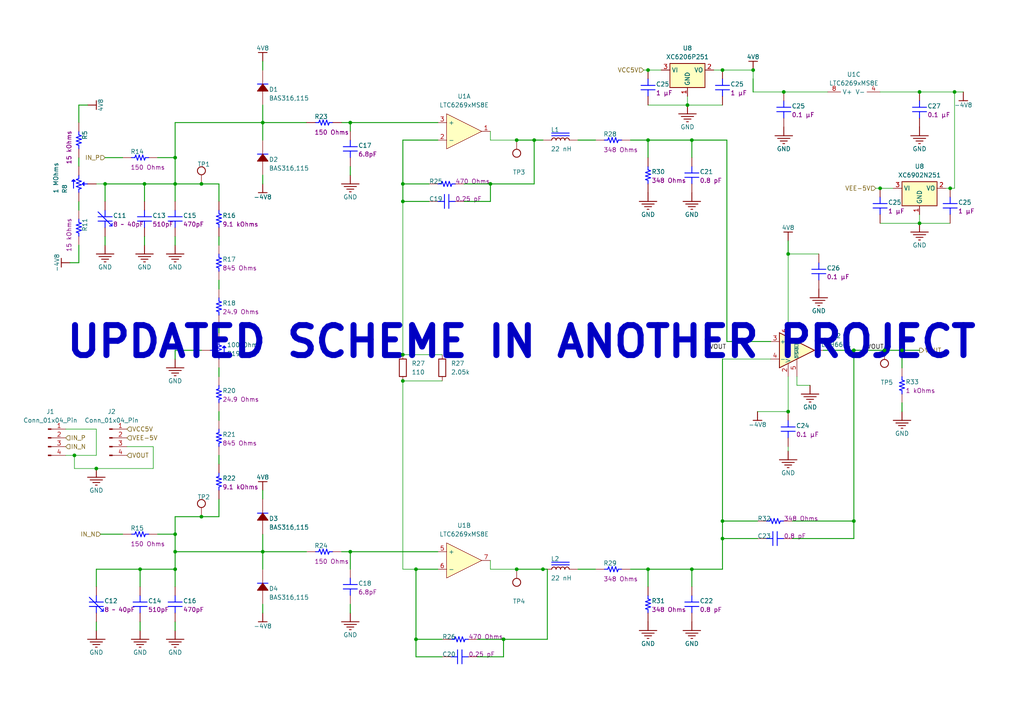
<source format=kicad_sch>
(kicad_sch (version 20230121) (generator eeschema)
  (paper "A4")
  (junction (at 209.55 151.13))
  (junction (at 142.24 53.34))
  (junction (at 27.94 135.89))
  (junction (at 228.6 73.66))
  (junction (at 50.8 53.34))
  (junction (at 101.6 160.02))
  (junction (at 266.7 26.67))
  (junction (at 58.42 149.86))
  (junction (at 116.84 53.34))
  (junction (at 50.8 160.02))
  (junction (at 116.84 58.42))
  (junction (at 275.59 54.61))
  (junction (at 120.65 165.1))
  (junction (at 228.6 119.38))
  (junction (at 157.48 165.1))
  (junction (at 50.8 45.72))
  (junction (at 76.2 160.02))
  (junction (at 187.96 40.64))
  (junction (at 187.96 20.32))
  (junction (at 256.54 101.6))
  (junction (at 247.65 101.6))
  (junction (at 40.64 165.1))
  (junction (at 101.6 35.56))
  (junction (at 200.66 40.64))
  (junction (at 261.62 101.6))
  (junction (at 30.48 53.34))
  (junction (at 154.94 40.64))
  (junction (at 146.05 185.42))
  (junction (at 149.86 165.1))
  (junction (at 266.7 64.77))
  (junction (at 200.66 165.1))
  (junction (at 50.8 165.1))
  (junction (at 116.84 110.49))
  (junction (at 41.91 53.34))
  (junction (at 21.59 132.08))
  (junction (at 255.27 54.61))
  (junction (at 58.42 53.34))
  (junction (at 209.55 20.32))
  (junction (at 116.84 102.87))
  (junction (at 76.2 35.56))
  (junction (at 50.8 154.94))
  (junction (at 247.65 151.13))
  (junction (at 227.33 26.67))
  (junction (at 209.55 156.21))
  (junction (at 276.86 26.67))
  (junction (at 149.86 40.64))
  (junction (at 199.39 30.48))
  (junction (at 187.96 165.1))
  (junction (at 120.65 185.42))
  (junction (at 218.44 20.32))
  (wire (pts (xy 40.64 170.18) (xy 40.64 165.1)) (stroke (width 0.254)))
  (wire (pts (xy 45.72 154.94) (xy 50.8 154.94)) (stroke (width 0.254)))
  (wire (pts (xy 187.96 20.32) (xy 191.77 20.32)))
  (wire (pts (xy 50.8 71.12) (xy 50.8 68.58)) (stroke (width 0.254)))
  (wire (pts (xy 200.66 170.18) (xy 200.66 165.1)) (stroke (width 0.254)))
  (wire (pts (xy 120.65 190.5) (xy 120.65 185.42)) (stroke (width 0.254)))
  (wire (pts (xy 101.6 177.8) (xy 101.6 175.26)) (stroke (width 0.254)))
  (wire (pts (xy 63.5 53.34) (xy 58.42 53.34)) (stroke (width 0.254)))
  (wire (pts (xy 275.59 54.61) (xy 276.86 54.61)))
  (wire (pts (xy 167.64 165.1) (xy 172.72 165.1)) (stroke (width 0.254)))
  (wire (pts (xy 209.55 156.21) (xy 209.55 165.1)) (stroke (width 0.254)))
  (wire (pts (xy 276.86 26.67) (xy 279.4 26.67)))
  (wire (pts (xy 146.05 185.42) (xy 158.75 185.42)) (stroke (width 0.254)))
  (wire (pts (xy 40.64 182.88) (xy 40.64 180.34)) (stroke (width 0.254)))
  (wire (pts (xy 261.62 119.38) (xy 261.62 116.84)) (stroke (width 0.254)))
  (wire (pts (xy 21.59 135.89) (xy 27.94 135.89)))
  (wire (pts (xy 116.84 40.64) (xy 116.84 53.34)) (stroke (width 0.254)))
  (wire (pts (xy 116.84 53.34) (xy 124.46 53.34)) (stroke (width 0.254)))
  (wire (pts (xy 50.8 160.02) (xy 50.8 165.1)) (stroke (width 0.254)))
  (wire (pts (xy 45.72 45.72) (xy 50.8 45.72)) (stroke (width 0.254)))
  (wire (pts (xy 63.5 96.52) (xy 63.5 93.98)) (stroke (width 0.254)))
  (wire (pts (xy 128.27 190.5) (xy 120.65 190.5)) (stroke (width 0.254)))
  (wire (pts (xy 76.2 160.02) (xy 88.9 160.02)) (stroke (width 0.254)))
  (wire (pts (xy 266.7 64.77) (xy 275.59 64.77)))
  (wire (pts (xy 228.6 109.22) (xy 228.6 119.38)))
  (wire (pts (xy 219.71 156.21) (xy 209.55 156.21)) (stroke (width 0.254)))
  (wire (pts (xy 76.2 35.56) (xy 50.8 35.56)) (stroke (width 0.254)))
  (wire (pts (xy 274.32 54.61) (xy 275.59 54.61)))
  (wire (pts (xy 22.86 30.48) (xy 25.4 30.48)) (stroke (width 0.254)))
  (wire (pts (xy 209.55 104.14) (xy 223.52 104.14)))
  (wire (pts (xy 50.8 45.72) (xy 50.8 53.34)) (stroke (width 0.254)))
  (wire (pts (xy 88.9 35.56) (xy 76.2 35.56)) (stroke (width 0.254)))
  (wire (pts (xy 255.27 64.77) (xy 266.7 64.77)))
  (wire (pts (xy 21.59 132.08) (xy 19.05 132.08)))
  (wire (pts (xy 101.6 35.56) (xy 127 35.56)) (stroke (width 0.254)))
  (wire (pts (xy 276.86 54.61) (xy 276.86 26.67)))
  (wire (pts (xy 27.94 180.34) (xy 27.94 182.88)) (stroke (width 0.254)))
  (wire (pts (xy 210.82 40.64) (xy 210.82 99.06)) (stroke (width 0.254)))
  (wire (pts (xy 247.65 151.13) (xy 247.65 101.6)) (stroke (width 0.254)))
  (wire (pts (xy 58.42 53.34) (xy 50.8 53.34)) (stroke (width 0.254)))
  (wire (pts (xy 228.6 130.81) (xy 228.6 129.54)))
  (wire (pts (xy 50.8 165.1) (xy 50.8 170.18)) (stroke (width 0.254)))
  (wire (pts (xy 63.5 119.38) (xy 63.5 121.92)) (stroke (width 0.254)))
  (wire (pts (xy 50.8 53.34) (xy 50.8 58.42)) (stroke (width 0.254)))
  (wire (pts (xy 63.5 58.42) (xy 63.5 53.34)) (stroke (width 0.254)))
  (wire (pts (xy 101.6 165.1) (xy 101.6 160.02)) (stroke (width 0.254)))
  (wire (pts (xy 120.65 165.1) (xy 120.65 185.42)) (stroke (width 0.254)))
  (wire (pts (xy 40.64 165.1) (xy 50.8 165.1)) (stroke (width 0.254)))
  (wire (pts (xy 142.24 58.42) (xy 142.24 53.34)) (stroke (width 0.254)))
  (wire (pts (xy 76.2 165.1) (xy 76.2 160.02)) (stroke (width 0.254)))
  (wire (pts (xy 41.91 71.12) (xy 41.91 68.58)) (stroke (width 0.254)))
  (wire (pts (xy 218.44 22.86) (xy 218.44 26.67)) (stroke (width 0.254)))
  (wire (pts (xy 199.39 30.48) (xy 199.39 27.94)))
  (wire (pts (xy 200.66 45.72) (xy 200.66 40.64)) (stroke (width 0.254)))
  (wire (pts (xy 229.87 156.21) (xy 247.65 156.21)) (stroke (width 0.254)))
  (wire (pts (xy 199.39 30.48) (xy 209.55 30.48)))
  (wire (pts (xy 116.84 110.49) (xy 116.84 165.1)))
  (wire (pts (xy 200.66 40.64) (xy 187.96 40.64)) (stroke (width 0.254)))
  (wire (pts (xy 209.55 151.13) (xy 209.55 156.21)) (stroke (width 0.254)))
  (wire (pts (xy 247.65 151.13) (xy 247.65 156.21)) (stroke (width 0.254)))
  (wire (pts (xy 50.8 160.02) (xy 76.2 160.02)) (stroke (width 0.254)))
  (wire (pts (xy 76.2 154.94) (xy 76.2 160.02)) (stroke (width 0.254)))
  (wire (pts (xy 76.2 177.8) (xy 76.2 175.26)) (stroke (width 0.254)))
  (wire (pts (xy 44.45 129.54) (xy 44.45 135.89)))
  (wire (pts (xy 50.8 154.94) (xy 50.8 149.86)) (stroke (width 0.254)))
  (wire (pts (xy 76.2 30.48) (xy 76.2 35.56)) (stroke (width 0.254)))
  (wire (pts (xy 142.24 162.56) (xy 142.24 165.1)))
  (wire (pts (xy 63.5 149.86) (xy 63.5 144.78)) (stroke (width 0.254)))
  (wire (pts (xy 182.88 165.1) (xy 187.96 165.1)) (stroke (width 0.254)))
  (wire (pts (xy 22.86 58.42) (xy 22.86 60.96)) (stroke (width 0.254)))
  (wire (pts (xy 116.84 58.42) (xy 116.84 102.87)))
  (wire (pts (xy 116.84 165.1) (xy 120.65 165.1)))
  (wire (pts (xy 229.87 151.13) (xy 247.65 151.13)) (stroke (width 0.254)))
  (wire (pts (xy 228.6 73.66) (xy 228.6 93.98)))
  (wire (pts (xy 27.94 165.1) (xy 40.64 165.1)) (stroke (width 0.254)))
  (wire (pts (xy 231.14 111.76) (xy 231.14 109.22)))
  (wire (pts (xy 99.06 160.02) (xy 101.6 160.02)) (stroke (width 0.254)))
  (wire (pts (xy 76.2 40.64) (xy 76.2 35.56)) (stroke (width 0.254)))
  (wire (pts (xy 187.96 40.64) (xy 187.96 45.72)) (stroke (width 0.254)))
  (wire (pts (xy 41.91 53.34) (xy 50.8 53.34)) (stroke (width 0.254)))
  (wire (pts (xy 19.05 124.46) (xy 27.94 124.46)))
  (wire (pts (xy 154.94 40.64) (xy 157.48 40.64)) (stroke (width 0.254)))
  (wire (pts (xy 50.8 35.56) (xy 50.8 45.72)) (stroke (width 0.254)))
  (wire (pts (xy 186.69 20.32) (xy 187.96 20.32)))
  (wire (pts (xy 187.96 165.1) (xy 187.96 170.18)) (stroke (width 0.254)))
  (wire (pts (xy 209.55 104.14) (xy 209.55 151.13)) (stroke (width 0.254)))
  (wire (pts (xy 50.8 182.88) (xy 50.8 180.34)) (stroke (width 0.254)))
  (wire (pts (xy 30.48 68.58) (xy 30.48 71.12)) (stroke (width 0.254)))
  (wire (pts (xy 27.94 132.08) (xy 21.59 132.08)))
  (wire (pts (xy 44.45 135.89) (xy 27.94 135.89)))
  (wire (pts (xy 158.75 165.1) (xy 157.48 165.1)) (stroke (width 0.254)))
  (wire (pts (xy 142.24 165.1) (xy 149.86 165.1)))
  (wire (pts (xy 76.2 17.78) (xy 76.2 20.32)) (stroke (width 0.254)))
  (wire (pts (xy 116.84 58.42) (xy 116.84 53.34)) (stroke (width 0.254)))
  (wire (pts (xy 154.94 40.64) (xy 149.86 40.64)) (stroke (width 0.254)))
  (wire (pts (xy 50.8 101.6) (xy 50.8 104.14)) (stroke (width 0.254)))
  (wire (pts (xy 116.84 102.87) (xy 128.27 102.87)))
  (wire (pts (xy 120.65 165.1) (xy 127 165.1)) (stroke (width 0.254)))
  (wire (pts (xy 22.86 76.2) (xy 20.32 76.2)) (stroke (width 0.254)))
  (wire (pts (xy 210.82 99.06) (xy 223.52 99.06)) (stroke (width 0.254)))
  (wire (pts (xy 120.65 185.42) (xy 128.27 185.42)) (stroke (width 0.254)))
  (wire (pts (xy 218.44 26.67) (xy 227.33 26.67)))
  (wire (pts (xy 209.55 151.13) (xy 219.71 151.13)) (stroke (width 0.254)))
  (wire (pts (xy 142.24 53.34) (xy 154.94 53.34)) (stroke (width 0.254)))
  (wire (pts (xy 255.27 54.61) (xy 259.08 54.61)))
  (wire (pts (xy 76.2 53.34) (xy 76.2 50.8)) (stroke (width 0.254)))
  (wire (pts (xy 22.86 35.56) (xy 22.86 30.48)) (stroke (width 0.254)))
  (wire (pts (xy 30.48 53.34) (xy 30.48 58.42)) (stroke (width 0.254)))
  (wire (pts (xy 63.5 68.58) (xy 63.5 71.12)) (stroke (width 0.254)))
  (wire (pts (xy 30.48 53.34) (xy 41.91 53.34)) (stroke (width 0.254)))
  (wire (pts (xy 146.05 190.5) (xy 146.05 185.42)) (stroke (width 0.254)))
  (wire (pts (xy 266.7 26.67) (xy 276.86 26.67)))
  (wire (pts (xy 27.94 53.34) (xy 30.48 53.34)))
  (wire (pts (xy 200.66 40.64) (xy 210.82 40.64)) (stroke (width 0.254)))
  (wire (pts (xy 228.6 73.66) (xy 237.49 73.66)))
  (wire (pts (xy 50.8 149.86) (xy 58.42 149.86)) (stroke (width 0.254)))
  (wire (pts (xy 261.62 101.6) (xy 266.7 101.6)) (stroke (width 0.254)))
  (wire (pts (xy 142.24 40.64) (xy 149.86 40.64)))
  (wire (pts (xy 101.6 50.8) (xy 101.6 48.26)) (stroke (width 0.254)))
  (wire (pts (xy 27.94 165.1) (xy 27.94 170.18)) (stroke (width 0.254)))
  (wire (pts (xy 138.43 190.5) (xy 146.05 190.5)) (stroke (width 0.254)))
  (wire (pts (xy 187.96 30.48) (xy 199.39 30.48)))
  (wire (pts (xy 134.62 58.42) (xy 142.24 58.42)) (stroke (width 0.254)))
  (wire (pts (xy 124.46 58.42) (xy 116.84 58.42)) (stroke (width 0.254)))
  (wire (pts (xy 76.2 142.24) (xy 76.2 144.78)) (stroke (width 0.254)))
  (wire (pts (xy 142.24 38.1) (xy 142.24 40.64)))
  (wire (pts (xy 22.86 71.12) (xy 22.86 76.2)) (stroke (width 0.254)))
  (wire (pts (xy 101.6 160.02) (xy 127 160.02)) (stroke (width 0.254)))
  (wire (pts (xy 255.27 26.67) (xy 266.7 26.67)))
  (wire (pts (xy 254 54.61) (xy 255.27 54.61)))
  (wire (pts (xy 22.86 45.72) (xy 22.86 48.26)) (stroke (width 0.254)))
  (wire (pts (xy 218.44 20.32) (xy 218.44 22.86)))
  (wire (pts (xy 27.94 124.46) (xy 27.94 132.08)))
  (wire (pts (xy 30.48 45.72) (xy 35.56 45.72)) (stroke (width 0.254)))
  (wire (pts (xy 209.55 20.32) (xy 218.44 20.32)))
  (wire (pts (xy 266.7 64.77) (xy 266.7 62.23)))
  (wire (pts (xy 167.64 40.64) (xy 172.72 40.64)) (stroke (width 0.254)))
  (wire (pts (xy 182.88 40.64) (xy 187.96 40.64)) (stroke (width 0.254)))
  (wire (pts (xy 256.54 101.6) (xy 261.62 101.6)) (stroke (width 0.254)))
  (wire (pts (xy 116.84 110.49) (xy 128.27 110.49)))
  (wire (pts (xy 63.5 83.82) (xy 63.5 81.28)) (stroke (width 0.254)))
  (wire (pts (xy 228.6 119.38) (xy 219.71 119.38)))
  (wire (pts (xy 63.5 106.68) (xy 63.5 109.22)) (stroke (width 0.254)))
  (wire (pts (xy 261.62 101.6) (xy 261.62 106.68)) (stroke (width 0.254)))
  (wire (pts (xy 21.59 132.08) (xy 21.59 135.89)))
  (wire (pts (xy 50.8 154.94) (xy 50.8 160.02)) (stroke (width 0.254)))
  (wire (pts (xy 238.76 101.6) (xy 247.65 101.6)) (stroke (width 0.254)))
  (wire (pts (xy 58.42 101.6) (xy 50.8 101.6)) (stroke (width 0.254)))
  (wire (pts (xy 134.62 53.34) (xy 142.24 53.34)) (stroke (width 0.254)))
  (wire (pts (xy 200.66 165.1) (xy 209.55 165.1)) (stroke (width 0.254)))
  (wire (pts (xy 29.21 154.94) (xy 35.56 154.94)) (stroke (width 0.254)))
  (wire (pts (xy 138.43 185.42) (xy 146.05 185.42)) (stroke (width 0.254)))
  (wire (pts (xy 158.75 185.42) (xy 158.75 165.1)) (stroke (width 0.254)))
  (wire (pts (xy 101.6 35.56) (xy 99.06 35.56)) (stroke (width 0.254)))
  (wire (pts (xy 207.01 20.32) (xy 209.55 20.32)))
  (wire (pts (xy 63.5 134.62) (xy 63.5 132.08)) (stroke (width 0.254)))
  (wire (pts (xy 234.95 111.76) (xy 231.14 111.76)))
  (wire (pts (xy 101.6 38.1) (xy 101.6 35.56)) (stroke (width 0.254)))
  (wire (pts (xy 227.33 26.67) (xy 240.03 26.67)))
  (wire (pts (xy 247.65 101.6) (xy 256.54 101.6)) (stroke (width 0.254)))
  (wire (pts (xy 228.6 69.85) (xy 228.6 73.66)) (stroke (width 0.254)))
  (wire (pts (xy 200.66 165.1) (xy 187.96 165.1)) (stroke (width 0.254)))
  (wire (pts (xy 36.83 129.54) (xy 44.45 129.54)))
  (wire (pts (xy 154.94 53.34) (xy 154.94 40.64)) (stroke (width 0.254)))
  (wire (pts (xy 41.91 58.42) (xy 41.91 53.34)) (stroke (width 0.254)))
  (wire (pts (xy 116.84 40.64) (xy 127 40.64)) (stroke (width 0.254)))
  (wire (pts (xy 58.42 149.86) (xy 63.5 149.86)) (stroke (width 0.254)))
  (wire (pts (xy 149.86 165.1) (xy 157.48 165.1)) (stroke (width 0.254)))
  (text "UPDATED SCHEME IN ANOTHER PROJECT" (at 18.542 104.394 0) (effects (font (size 8.7 8.7) (thickness 1.74) bold) (justify left bottom)))
  (label "VOUT" (at 205.74 101.6 180))
  (label "VOUT" (at 251.46 101.6 180))
  (hierarchical_label "IN_P" (shape input) (at 30.48 45.72 180))
  (hierarchical_label "VOUT" (shape input) (at 36.83 132.08 0))
  (hierarchical_label "IN_P" (shape input) (at 19.05 127 0))
  (hierarchical_label "VEE-5V" (shape input) (at 36.83 127 0))
  (hierarchical_label "VCC5V" (shape input) (at 186.69 20.32 180))
  (hierarchical_label "IN_N" (shape input) (at 29.21 154.94 180))
  (hierarchical_label "VCC5V" (shape input) (at 36.83 124.46 0))
  (hierarchical_label "VOUT" (shape output) (at 266.7 101.6 0))
  (hierarchical_label "IN_N" (shape input) (at 19.05 129.54 0))
  (hierarchical_label "VEE-5V" (shape input) (at 254 54.61 180))
  (symbol (lib_id "Amplifier_Operational:LTC6269xMS8E") (at 134.62 162.56 0) (unit 2)
    (property "Reference" "U1" (at 134.62 152.4 0))
    (property "Value" "LTC6269xMS8E" (at 134.62 154.94 0))
    (property "Footprint" "Package_SO:MSOP-8-1EP_3x3mm_P0.65mm_EP1.68x1.88mm" (effects hide))
    (property "Datasheet" "https://www.analog.com/media/en/technical-documentation/data-sheets/62689f.pdf" (effects hide))
  )
  (symbol (lib_id "DifferentialProbe-altium-import:root_3_TRIMMER CAPACITOR") (at 30.48 63.5 0) (unit 1)
    (property "Reference" "C11" (at 32.766 63.246 0) (effects (justify left bottom)))
    (property "Value" "${PART NUMBER}" (effects hide))
    (property "Footprint" "Capacitor_SMD:C_Trimmer_Voltronics_JZ" (effects hide))
    (property "PART NUMBER" "JZ400" (effects hide))
    (property "ADJUSTMENT TYPE" "Top" (effects hide))
    (property "CAPACITANCE RANGE" "8 ~ 40pF" (at 32.766 65.786 0) (effects (justify left bottom)))
    (property "COMPONENTLINK1DESCRIPTION" "Datasheet" (effects hide))
    (property "COMPONENTLINK1URL" "https://www.knowlescapacitors.com/getattachment/4e3ef37f-1910-4b01-89e4-302e57c70f90/JZ-Series.aspx" (effects hide))
    (property "COMPONENTLINK2DESCRIPTION" "DigiKey Link" (effects hide))
    (property "COMPONENTLINK2URL" "https://www.digikey.com/en/products/detail/knowles-voltronics/JZ400/6021623" (effects hide))
    (property "DIELECTRIC MATERIAL" "Ceramic" (effects hide))
    (property "FEATURES" "General Purpose" (effects hide))
    (property "HEIGHT - SEATED (MAX)" "0.057\" (1.45mm)" (effects hide))
    (property "LASTUPDATED" "29/06/2022 15:30:24" (effects hide))
    (property "LIFECYCLE STATUS" "Active" (effects hide))
    (property "MANUFACTURER" "Knowles Voltronics" (effects hide))
    (property "MINIMUM ORDER" "1" (effects hide))
    (property "MOUNTING TYPE" "Surface Mount" (effects hide))
    (property "OPERATING TEMPERATURE" "-40°C ~ 85°C" (effects hide))
    (property "PACKAGING" "TapeAndReel" (effects hide))
    (property "PART STATUS" "Active" (effects hide))
    (property "PRICE" "1.51" (effects hide))
    (property "Q @ FREQ" "1500 @ 1MHz" (effects hide))
    (property "SERIES" "JZ" (effects hide))
    (property "SIZE / DIMENSION" "0.177\" L x 0.126\" W (4.50mm x 3.20mm)" (effects hide))
    (property "SUPPLIER 1" "DigiKey" (effects hide))
    (property "SUPPLIER PART NUMBER 1" "1674-1006-1-ND" (effects hide))
    (instances (project "diffprobe-espnow" (path "" (reference "C11") (unit 1)) (path "" (reference "C1") (unit 1))) (project "diffprobe" (path "" (reference "C11") (unit 1))) (project "DifferentialProbe" (path "" (reference "C10") (unit 1))))
  )
  (symbol (lib_id "DifferentialProbe-altium-import:GND") (at 227.33 36.83 0) (unit 1)
    (property "Reference" "#PWR024" (effects hide))
    (property "Value" "GND" (at 227.33 43.18 0))
    (instances (project "diffprobe-espnow" (path "" (reference "#PWR024") (unit 1)) (path "" (reference "#PWR024") (unit 1))) (project "diffprobe" (path "" (reference "#PWR018") (unit 1))) (project "DifferentialProbe" (path "" (reference "#PWR?") (unit 1))))
  )
  (symbol (lib_id "DifferentialProbe-altium-import:GND") (at 234.95 111.76 0) (unit 1)
    (property "Reference" "#PWR025" (effects hide))
    (property "Value" "GND" (at 234.95 118.11 0))
    (instances (project "diffprobe-espnow" (path "" (reference "#PWR025") (unit 1)) (path "" (reference "#PWR025") (unit 1))) (project "diffprobe" (path "" (reference "#PWR024") (unit 1))) (project "DifferentialProbe" (path "" (reference "#PWR?") (unit 1))))
  )
  (symbol (lib_id "DifferentialProbe-altium-import:root_1_Capacitor") (at 275.59 59.69 0) (unit 1)
    (property "Reference" "C25" (at 277.876 59.436 0) (effects (justify left bottom)))
    (property "Value" "${ALTIUM_VALUE}" (effects hide))
    (property "Footprint" "Capacitor_SMD:C_0603_1608Metric" (effects hide))
    (property "PART NUMBER" "0402B104K100CT" (effects hide))
    (property "ALTIUM_VALUE" "1 µF" (at 277.876 61.976 0) (effects (justify left bottom)))
    (property "APPLICATIONS" "General Purpose" (effects hide))
    (property "CAPACITANCE" "0.1 µF" (effects hide))
    (property "COMPONENTLINK1DESCRIPTION" "Datasheet" (effects hide))
    (property "COMPONENTLINK1URL" "http://www.passivecomponent.com/wp-content/uploads/2018/10/MLCC.pdf" (effects hide))
    (property "COMPONENTLINK2DESCRIPTION" "DigiKey Link" (effects hide))
    (property "COMPONENTLINK2URL" "https://www.digikey.com/en/products/detail/walsin-technology-corporation/0402B104K100CT/6707533" (effects hide))
    (property "DEVICE PACKAGE" "0402 (1005 Metric)" (effects hide))
    (property "LASTUPDATED" "28/06/2022 16:55:03" (effects hide))
    (property "LIFECYCLE STATUS" "Active" (effects hide))
    (property "MANUFACTURER" "Walsin Technology Corporation" (effects hide))
    (property "MINIMUM ORDER" "1" (effects hide))
    (property "MOUNTING TYPE" "Surface Mount, MLCC" (effects hide))
    (property "OPERATING TEMPERATURE" "-55°C ~ 125°C" (effects hide))
    (property "PACKAGE / CASE" "0402 (1005 Metric)" (effects hide))
    (property "PACKAGING" "TapeAndReel" (effects hide))
    (property "PARTID" "38949" (effects hide))
    (property "PART STATUS" "Active" (effects hide))
    (property "PRICE" "0.01" (effects hide))
    (property "SERIES" "-" (effects hide))
    (property "SIZE / DIMENSION" "0.039\" L x 0.020\" W (1.00mm x 0.50mm)" (effects hide))
    (property "SUPPLIER 1" "DigiKey" (effects hide))
    (property "SUPPLIER PART NUMBER 1" "1292-1629-1-ND" (effects hide))
    (property "TEMPERATURE COEFFICIENT" "X7R" (effects hide))
    (property "THICKNESS (MAX)" "0.022\" (0.55mm)" (effects hide))
    (property "TOLERANCE" "±10%" (effects hide))
    (property "VOLTAGE - RATED" "10V" (effects hide))
    (instances (project "diffprobe-espnow" (path "" (reference "C25") (unit 1)) (path "" (reference "C21") (unit 1))) (project "diffprobe" (path "" (reference "C19") (unit 1))) (project "DifferentialProbe" (path "" (reference "C1") (unit 1))))
  )
  (symbol (lib_id "DifferentialProbe-altium-import:root_0_Resistor") (at 40.64 154.94 0) (unit 1)
    (property "Reference" "R15" (at 37.846 153.924 0) (effects (justify left bottom)))
    (property "Value" "${ALTIUM_VALUE}" (effects hide))
    (property "Footprint" "Resistor_SMD:R_0603_1608Metric" (effects hide))
    (property "PART NUMBER" "RG1005P-151-B-T5" (effects hide))
    (property "ALTIUM_VALUE" "150 Ohms" (at 37.846 158.496 0) (effects (justify left bottom)))
    (property "COMPONENTLINK1DESCRIPTION" "Datasheet" (effects hide))
    (property "COMPONENTLINK1URL" "http://www.susumu.co.jp/common/pdf/n_catalog_partition01_en.pdf" (effects hide))
    (property "COMPONENTLINK2DESCRIPTION" "DigiKey Link" (effects hide))
    (property "COMPONENTLINK2URL" "https://www.digikey.com/en/products/detail/susumu/RG1005P-151-B-T5/968732" (effects hide))
    (property "COMPOSITION" "Thin Film" (effects hide))
    (property "DEVICE PACKAGE" "0402 (1005 Metric)" (effects hide))
    (property "FEATURES" "Anti-Sulfur, Automotive AEC-Q200" (effects hide))
    (property "HEIGHT - SEATED (MAX)" "0.016\" (0.40mm)" (effects hide))
    (property "LASTUPDATED" "27/06/2022 11:16:36" (effects hide))
    (property "LIFECYCLE STATUS" "Active" (effects hide))
    (property "MANUFACTURER" "Susumu" (effects hide))
    (property "MINIMUM ORDER" "1" (effects hide))
    (property "NUMBER OF TERMINATIONS" "2" (effects hide))
    (property "OPERATING TEMPERATURE" "-55°C ~ 155°C" (effects hide))
    (property "PACKAGE / CASE" "0402 (1005 Metric)" (effects hide))
    (property "PACKAGING" "TapeAndReel" (effects hide))
    (property "PARTID" "7627" (effects hide))
    (property "PART STATUS" "Active" (effects hide))
    (property "POWER (WATTS)" "0.063W, 1/16W" (effects hide))
    (property "PRICE" "0.06" (effects hide))
    (property "RATINGS" "AEC-Q200" (effects hide))
    (property "RESISTANCE" "150 Ohms" (effects hide))
    (property "SERIES" "RG" (effects hide))
    (property "SIZE / DIMENSION" "0.039\" L x 0.020\" W (1.00mm x 0.50mm)" (effects hide))
    (property "SUPPLIER 1" "DigiKey" (effects hide))
    (property "SUPPLIER PART NUMBER 1" "RG10P150BCT-ND" (effects hide))
    (property "SUPPLIER DEVICE PACKAGE" "0402" (effects hide))
    (property "TEMPERATURE COEFFICIENT" "±25ppm/°C" (effects hide))
    (property "TOLERANCE" "±0.1%" (effects hide))
    (instances (project "diffprobe-espnow" (path "" (reference "R15") (unit 1)) (path "" (reference "R5") (unit 1))) (project "diffprobe" (path "" (reference "R18") (unit 1))) (project "DifferentialProbe" (path "" (reference "R23") (unit 1))))
  )
  (symbol (lib_id "DifferentialProbe-altium-import:4V8") (at 76.2 142.24 180) (unit 1)
    (property "Reference" "#PWR012" (effects hide))
    (property "Value" "VCC" (at 76.2 138.43 0))
    (instances (project "diffprobe-espnow" (path "" (reference "#PWR012") (unit 1)) (path "" (reference "#PWR012") (unit 1))) (project "diffprobe" (path "" (reference "#PWR014") (unit 1))) (project "DifferentialProbe" (path "" (reference "#PWR?") (unit 1))))
  )
  (symbol (lib_id "DifferentialProbe-altium-import:root_1_Capacitor") (at 237.49 78.74 0) (unit 1)
    (property "Reference" "C26" (at 239.776 78.486 0) (effects (justify left bottom)))
    (property "Value" "${ALTIUM_VALUE}" (effects hide))
    (property "Footprint" "Capacitor_SMD:C_0603_1608Metric" (effects hide))
    (property "PART NUMBER" "0402B104K100CT" (effects hide))
    (property "ALTIUM_VALUE" "0.1 µF" (at 239.776 81.026 0) (effects (justify left bottom)))
    (property "APPLICATIONS" "General Purpose" (effects hide))
    (property "CAPACITANCE" "0.1 µF" (effects hide))
    (property "COMPONENTLINK1DESCRIPTION" "Datasheet" (effects hide))
    (property "COMPONENTLINK1URL" "http://www.passivecomponent.com/wp-content/uploads/2018/10/MLCC.pdf" (effects hide))
    (property "COMPONENTLINK2DESCRIPTION" "DigiKey Link" (effects hide))
    (property "COMPONENTLINK2URL" "https://www.digikey.com/en/products/detail/walsin-technology-corporation/0402B104K100CT/6707533" (effects hide))
    (property "DEVICE PACKAGE" "0402 (1005 Metric)" (effects hide))
    (property "LASTUPDATED" "28/06/2022 16:55:03" (effects hide))
    (property "LIFECYCLE STATUS" "Active" (effects hide))
    (property "MANUFACTURER" "Walsin Technology Corporation" (effects hide))
    (property "MINIMUM ORDER" "1" (effects hide))
    (property "MOUNTING TYPE" "Surface Mount, MLCC" (effects hide))
    (property "OPERATING TEMPERATURE" "-55°C ~ 125°C" (effects hide))
    (property "PACKAGE / CASE" "0402 (1005 Metric)" (effects hide))
    (property "PACKAGING" "TapeAndReel" (effects hide))
    (property "PARTID" "38949" (effects hide))
    (property "PART STATUS" "Active" (effects hide))
    (property "PRICE" "0.01" (effects hide))
    (property "SERIES" "-" (effects hide))
    (property "SIZE / DIMENSION" "0.039\" L x 0.020\" W (1.00mm x 0.50mm)" (effects hide))
    (property "SUPPLIER 1" "DigiKey" (effects hide))
    (property "SUPPLIER PART NUMBER 1" "1292-1629-1-ND" (effects hide))
    (property "TEMPERATURE COEFFICIENT" "X7R" (effects hide))
    (property "THICKNESS (MAX)" "0.022\" (0.55mm)" (effects hide))
    (property "TOLERANCE" "±10%" (effects hide))
    (property "VOLTAGE - RATED" "10V" (effects hide))
    (instances (project "diffprobe-espnow" (path "" (reference "C26") (unit 1)) (path "" (reference "C14") (unit 1))) (project "diffprobe" (path "" (reference "C21") (unit 1))) (project "DifferentialProbe" (path "" (reference "C1") (unit 1))))
  )
  (symbol (lib_id "DifferentialProbe-altium-import:-4V8") (at 20.32 76.2 270) (unit 1)
    (property "Reference" "#PWR02" (effects hide))
    (property "Value" "VEE" (at 16.51 76.2 0))
    (instances (project "diffprobe-espnow" (path "" (reference "#PWR02") (unit 1)) (path "" (reference "#PWR02") (unit 1))) (project "diffprobe" (path "" (reference "#PWR03") (unit 1))) (project "DifferentialProbe" (path "" (reference "#PWR?") (unit 1))))
  )
  (symbol (lib_id "DifferentialProbe-altium-import:root_3_TRIMMER CAPACITOR") (at 27.94 175.26 0) (unit 1)
    (property "Reference" "C12" (at 30.226 175.006 0) (effects (justify left bottom)))
    (property "Value" "${PART NUMBER}" (effects hide))
    (property "Footprint" "Capacitor_SMD:C_Trimmer_Voltronics_JZ" (effects hide))
    (property "PART NUMBER" "JZ400" (effects hide))
    (property "ADJUSTMENT TYPE" "Top" (effects hide))
    (property "CAPACITANCE RANGE" "8 ~ 40pF" (at 30.226 177.546 0) (effects (justify left bottom)))
    (property "COMPONENTLINK1DESCRIPTION" "Datasheet" (effects hide))
    (property "COMPONENTLINK1URL" "https://www.knowlescapacitors.com/getattachment/4e3ef37f-1910-4b01-89e4-302e57c70f90/JZ-Series.aspx" (effects hide))
    (property "COMPONENTLINK2DESCRIPTION" "DigiKey Link" (effects hide))
    (property "COMPONENTLINK2URL" "https://www.digikey.com/en/products/detail/knowles-voltronics/JZ400/6021623" (effects hide))
    (property "DIELECTRIC MATERIAL" "Ceramic" (effects hide))
    (property "FEATURES" "General Purpose" (effects hide))
    (property "HEIGHT - SEATED (MAX)" "0.057\" (1.45mm)" (effects hide))
    (property "LASTUPDATED" "29/06/2022 15:30:24" (effects hide))
    (property "LIFECYCLE STATUS" "Active" (effects hide))
    (property "MANUFACTURER" "Knowles Voltronics" (effects hide))
    (property "MINIMUM ORDER" "1" (effects hide))
    (property "MOUNTING TYPE" "Surface Mount" (effects hide))
    (property "OPERATING TEMPERATURE" "-40°C ~ 85°C" (effects hide))
    (property "PACKAGING" "TapeAndReel" (effects hide))
    (property "PART STATUS" "Active" (effects hide))
    (property "PRICE" "1.51" (effects hide))
    (property "Q @ FREQ" "1500 @ 1MHz" (effects hide))
    (property "SERIES" "JZ" (effects hide))
    (property "SIZE / DIMENSION" "0.177\" L x 0.126\" W (4.50mm x 3.20mm)" (effects hide))
    (property "SUPPLIER 1" "DigiKey" (effects hide))
    (property "SUPPLIER PART NUMBER 1" "1674-1006-1-ND" (effects hide))
    (instances (project "diffprobe-espnow" (path "" (reference "C12") (unit 1)) (path "" (reference "C4") (unit 1))) (project "diffprobe" (path "" (reference "C12") (unit 1))) (project "DifferentialProbe" (path "" (reference "C24") (unit 1))))
  )
  (symbol (lib_id "DifferentialProbe-altium-import:-4V8") (at 279.4 26.67 0) (unit 1)
    (property "Reference" "#PWR029" (effects hide))
    (property "Value" "VEE" (at 279.4 30.48 0))
    (instances (project "diffprobe-espnow" (path "" (reference "#PWR029") (unit 1)) (path "" (reference "#PWR029") (unit 1))) (project "diffprobe" (path "" (reference "#PWR023") (unit 1))) (project "DifferentialProbe" (path "" (reference "#PWR?") (unit 1))))
  )
  (symbol (lib_id "DifferentialProbe-altium-import:root_1_Capacitor") (at 228.6 124.46 0) (unit 1)
    (property "Reference" "C24" (at 230.886 124.206 0) (effects (justify left bottom)))
    (property "Value" "${ALTIUM_VALUE}" (effects hide))
    (property "Footprint" "Capacitor_SMD:C_0603_1608Metric" (effects hide))
    (property "PART NUMBER" "0402B104K100CT" (effects hide))
    (property "ALTIUM_VALUE" "0.1 µF" (at 230.886 126.746 0) (effects (justify left bottom)))
    (property "APPLICATIONS" "General Purpose" (effects hide))
    (property "CAPACITANCE" "0.1 µF" (effects hide))
    (property "COMPONENTLINK1DESCRIPTION" "Datasheet" (effects hide))
    (property "COMPONENTLINK1URL" "http://www.passivecomponent.com/wp-content/uploads/2018/10/MLCC.pdf" (effects hide))
    (property "COMPONENTLINK2DESCRIPTION" "DigiKey Link" (effects hide))
    (property "COMPONENTLINK2URL" "https://www.digikey.com/en/products/detail/walsin-technology-corporation/0402B104K100CT/6707533" (effects hide))
    (property "DEVICE PACKAGE" "0402 (1005 Metric)" (effects hide))
    (property "LASTUPDATED" "28/06/2022 16:55:03" (effects hide))
    (property "LIFECYCLE STATUS" "Active" (effects hide))
    (property "MANUFACTURER" "Walsin Technology Corporation" (effects hide))
    (property "MINIMUM ORDER" "1" (effects hide))
    (property "MOUNTING TYPE" "Surface Mount, MLCC" (effects hide))
    (property "OPERATING TEMPERATURE" "-55°C ~ 125°C" (effects hide))
    (property "PACKAGE / CASE" "0402 (1005 Metric)" (effects hide))
    (property "PACKAGING" "TapeAndReel" (effects hide))
    (property "PARTID" "38949" (effects hide))
    (property "PART STATUS" "Active" (effects hide))
    (property "PRICE" "0.01" (effects hide))
    (property "SERIES" "-" (effects hide))
    (property "SIZE / DIMENSION" "0.039\" L x 0.020\" W (1.00mm x 0.50mm)" (effects hide))
    (property "SUPPLIER 1" "DigiKey" (effects hide))
    (property "SUPPLIER PART NUMBER 1" "1292-1629-1-ND" (effects hide))
    (property "TEMPERATURE COEFFICIENT" "X7R" (effects hide))
    (property "THICKNESS (MAX)" "0.022\" (0.55mm)" (effects hide))
    (property "TOLERANCE" "±10%" (effects hide))
    (property "VOLTAGE - RATED" "10V" (effects hide))
    (instances (project "diffprobe-espnow" (path "" (reference "C24") (unit 1)) (path "" (reference "C15") (unit 1))) (project "diffprobe" (path "" (reference "C22") (unit 1))) (project "DifferentialProbe" (path "" (reference "C9") (unit 1))))
  )
  (symbol (lib_id "DifferentialProbe-altium-import:root_0_Test Point") (at 58.42 147.32 0) (unit 1)
    (property "Reference" "TP2" (at 57.261 144.891 0) (effects (justify left bottom)))
    (property "Value" "Test Point" (effects hide))
    (property "Footprint" "TestPoint:TestPoint_Pad_D1.5mm" (effects hide))
    (property "COMPONENT TYPE" "Standard (No BOM)" (effects hide))
    (property "SOURCE" "Test Point.SchLib" (effects hide))
    (property "DESIGN ITEM ID" "Test Point" (effects hide))
    (property "PIN COUNT" "1" (effects hide))
    (instances (project "diffprobe-espnow" (path "" (reference "TP2") (unit 1)) (path "" (reference "TP2") (unit 1))) (project "diffprobe" (path "" (reference "TP2") (unit 1))) (project "DifferentialProbe" (path "" (reference "TP4") (unit 1))))
  )
  (symbol (lib_id "Device:R") (at 128.27 106.68 0) (unit 1)
    (property "Reference" "R27" (at 130.81 105.41 0) (effects (justify left)))
    (property "Value" "2.05k" (at 130.81 107.95 0) (effects (justify left)))
    (property "Footprint" "Resistor_SMD:R_0603_1608Metric" (effects hide))
    (instances (project "diffprobe-espnow" (path "" (reference "R27") (unit 1)) (path "" (reference "R16") (unit 1))) (project "diffprobe" (path "" (reference "R14") (unit 1))))
  )
  (symbol (lib_id "DifferentialProbe-altium-import:root_2_Test Point") (at 256.54 104.14 0) (unit 1)
    (property "Reference" "TP5" (at 255.381 111.649 0) (effects (justify left bottom)))
    (property "Value" "Test Point" (effects hide))
    (property "Footprint" "TestPoint:TestPoint_Pad_D1.5mm" (effects hide))
    (property "COMPONENT TYPE" "Standard (No BOM)" (effects hide))
    (property "SOURCE" "Test Point.SchLib" (effects hide))
    (property "DESIGN ITEM ID" "Test Point" (effects hide))
    (property "PIN COUNT" "1" (effects hide))
    (instances (project "diffprobe-espnow" (path "" (reference "TP5") (unit 1)) (path "" (reference "TP5") (unit 1))) (project "diffprobe" (path "" (reference "TP5") (unit 1))) (project "DifferentialProbe" (path "" (reference "TP3") (unit 1))))
  )
  (symbol (lib_id "DifferentialProbe-altium-import:-4V8") (at 219.71 119.38 0) (unit 1)
    (property "Reference" "#PWR020" (effects hide))
    (property "Value" "VEE" (at 219.71 123.19 0))
    (instances (project "diffprobe-espnow" (path "" (reference "#PWR020") (unit 1)) (path "" (reference "#PWR020") (unit 1))) (project "diffprobe" (path "" (reference "#PWR021") (unit 1))) (project "DifferentialProbe" (path "" (reference "#PWR?") (unit 1))))
  )
  (symbol (lib_id "DifferentialProbe-altium-import:root_1_Diode") (at 76.2 25.4 0) (unit 1)
    (property "Reference" "D1" (at 77.978 26.67 0) (effects (justify left bottom)))
    (property "Value" "${PART NUMBER}" (at 77.978 29.21 0) (effects (justify left bottom)))
    (property "Footprint" "Diode_SMD:D_SOD-323" (effects hide))
    (property "PART NUMBER" "BAS316,115" (effects hide))
    (property "CAPACITANCE @ VR, F" "1.5pF @ 0V, 1MHz" (effects hide))
    (property "COMPONENTLINK1DESCRIPTION" "Datasheet" (effects hide))
    (property "COMPONENTLINK1URL" "https://assets.nexperia.com/documents/data-sheet/BAS16_SER.pdf" (effects hide))
    (property "COMPONENTLINK2DESCRIPTION" "DigiKey Link" (effects hide))
    (property "COMPONENTLINK2URL" "https://www.digikey.com/en/products/detail/nexperia-usa-inc/BAS316-115/1232076" (effects hide))
    (property "CURRENT - AVERAGE RECTIFIED (IO)" "250mA (DC)" (effects hide))
    (property "CURRENT - REVERSE LEAKAGE @ VR" "500 nA @ 80 V" (effects hide))
    (property "DIODE TYPE" "Standard" (effects hide))
    (property "LASTUPDATED" "30/06/2022 23:02:29" (effects hide))
    (property "LIFECYCLE STATUS" "Active" (effects hide))
    (property "MANUFACTURER" "Nexperia USA Inc." (effects hide))
    (property "MINIMUM ORDER" "1" (effects hide))
    (property "MOUNTING TYPE" "Surface Mount" (effects hide))
    (property "OPERATING TEMPERATURE - JUNCTION" "150°C (Max)" (effects hide))
    (property "PACKAGE / CASE" "SC-76, SOD-323" (effects hide))
    (property "PACKAGING" "TapeAndReel" (effects hide))
    (property "PARTID" "3004" (effects hide))
    (property "PART STATUS" "Active" (effects hide))
    (property "PRICE" "0.02" (effects hide))
    (property "REVERSE RECOVERY TIME (TRR)" "4 ns" (effects hide))
    (property "SERIES" "Automotive, AEC-Q101, BAS16" (effects hide))
    (property "SPEED" "Fast Recovery =< 500ns, > 200mA (Io)" (effects hide))
    (property "SUPPLIER 1" "DigiKey" (effects hide))
    (property "SUPPLIER PART NUMBER 1" "1727-4309-1-ND" (effects hide))
    (property "SUPPLIER DEVICE PACKAGE" "SOD-323" (effects hide))
    (property "VOLTAGE - DC REVERSE (VR) (MAX)" "100 V" (effects hide))
    (property "VOLTAGE - FORWARD (VF) (MAX) @ IF" "1.25 V @ 150 mA" (effects hide))
  )
  (symbol (lib_id "DifferentialProbe-altium-import:root_3_mirrored_Resistor") (at 63.5 127 0) (unit 1)
    (property "Reference" "R21" (at 64.516 126.746 0) (effects (justify left bottom)))
    (property "Value" "${ALTIUM_VALUE}" (effects hide))
    (property "Footprint" "Resistor_SMD:R_0603_1608Metric" (effects hide))
    (property "PART NUMBER" "ERA-2AEB8450X" (effects hide))
    (property "ALTIUM_VALUE" "845 Ohms" (at 64.516 129.286 0) (effects (justify left bottom)))
    (property "COMPONENTLINK1DESCRIPTION" "Datasheet" (effects hide))
    (property "COMPONENTLINK1URL" "https://industrial.panasonic.com/cdbs/www-data/pdf/RDM0000/AOA0000C307.pdf" (effects hide))
    (property "COMPONENTLINK2DESCRIPTION" "DigiKey Link" (effects hide))
    (property "COMPONENTLINK2URL" "https://www.digikey.com/en/products/detail/panasonic-electronic-components/ERA-2AEB8450X/2026047" (effects hide))
    (property "COMPOSITION" "Thin Film" (effects hide))
    (property "DEVICE PACKAGE" "0402 (1005 Metric)" (effects hide))
    (property "FEATURES" "Automotive AEC-Q200" (effects hide))
    (property "HEIGHT - SEATED (MAX)" "0.016\" (0.40mm)" (effects hide))
    (property "LASTUPDATED" "28/06/2022 17:11:17" (effects hide))
    (property "LIFECYCLE STATUS" "Active" (effects hide))
    (property "MANUFACTURER" "Panasonic Electronic Components" (effects hide))
    (property "MINIMUM ORDER" "1" (effects hide))
    (property "NUMBER OF TERMINATIONS" "2" (effects hide))
    (property "OPERATING TEMPERATURE" "-55°C ~ 155°C" (effects hide))
    (property "PACKAGE / CASE" "0402 (1005 Metric)" (effects hide))
    (property "PACKAGING" "TapeAndReel" (effects hide))
    (property "PARTID" "14335" (effects hide))
    (property "PART STATUS" "Active" (effects hide))
    (property "POWER (WATTS)" "0.063W, 1/16W" (effects hide))
    (property "PRICE" "0.05" (effects hide))
    (property "RATINGS" "AEC-Q200" (effects hide))
    (property "RESISTANCE" "845 Ohms" (effects hide))
    (property "SERIES" "ERA-2A" (effects hide))
    (property "SIZE / DIMENSION" "0.039\" L x 0.020\" W (1.00mm x 0.50mm)" (effects hide))
    (property "SUPPLIER 1" "DigiKey" (effects hide))
    (property "SUPPLIER PART NUMBER 1" "P845DCCT-ND" (effects hide))
    (property "SUPPLIER DEVICE PACKAGE" "0402" (effects hide))
    (property "TEMPERATURE COEFFICIENT" "±25ppm/°C" (effects hide))
    (property "TOLERANCE" "±0.1%" (effects hide))
    (instances (project "diffprobe-espnow" (path "" (reference "R21") (unit 1)) (path "" (reference "R11") (unit 1))) (project "diffprobe" (path "" (reference "R24") (unit 1))) (project "DifferentialProbe" (path "" (reference "R20") (unit 1))))
  )
  (symbol (lib_id "DifferentialProbe-altium-import:root_0_Resistor") (at 177.8 165.1 0) (unit 1)
    (property "Reference" "R29" (at 175.006 164.084 0) (effects (justify left bottom)))
    (property "Value" "${ALTIUM_VALUE}" (effects hide))
    (property "Footprint" "Resistor_SMD:R_0603_1608Metric" (effects hide))
    (property "PART NUMBER" "RT0402BRD07348RL" (effects hide))
    (property "ALTIUM_VALUE" "348 Ohms" (at 175.006 168.656 0) (effects (justify left bottom)))
    (property "COMPONENTLINK1DESCRIPTION" "Datasheet" (effects hide))
    (property "COMPONENTLINK1URL" "https://www.yageo.com/upload/media/product/productsearch/datasheet/rchip/PYu-RT_1-to-0.01_RoHS_L_11.pdf" (effects hide))
    (property "COMPONENTLINK2DESCRIPTION" "DigiKey Link" (effects hide))
    (property "COMPONENTLINK2URL" "https://www.digikey.com/en/products/detail/yageo/RT0402BRD07348RL/1069221" (effects hide))
    (property "COMPOSITION" "Thin Film" (effects hide))
    (property "DEVICE PACKAGE" "0402 (1005 Metric)" (effects hide))
    (property "HEIGHT - SEATED (MAX)" "0.014\" (0.35mm)" (effects hide))
    (property "LASTUPDATED" "28/06/2022 17:11:53" (effects hide))
    (property "LIFECYCLE STATUS" "Active" (effects hide))
    (property "MANUFACTURER" "Yageo" (effects hide))
    (property "MINIMUM ORDER" "1" (effects hide))
    (property "NUMBER OF TERMINATIONS" "2" (effects hide))
    (property "OPERATING TEMPERATURE" "-55°C ~ 155°C" (effects hide))
    (property "PACKAGE / CASE" "0402 (1005 Metric)" (effects hide))
    (property "PACKAGING" "TapeAndReel" (effects hide))
    (property "PARTID" "4531" (effects hide))
    (property "PART STATUS" "Active" (effects hide))
    (property "POWER (WATTS)" "0.063W, 1/16W" (effects hide))
    (property "PRICE" "0.04" (effects hide))
    (property "RESISTANCE" "348 Ohms" (effects hide))
    (property "SERIES" "RT" (effects hide))
    (property "SIZE / DIMENSION" "0.039\" L x 0.020\" W (1.00mm x 0.50mm)" (effects hide))
    (property "SUPPLIER 1" "DigiKey" (effects hide))
    (property "SUPPLIER PART NUMBER 1" "YAG4245CT-ND" (effects hide))
    (property "SUPPLIER DEVICE PACKAGE" "0402" (effects hide))
    (property "TEMPERATURE COEFFICIENT" "±25ppm/°C" (effects hide))
    (property "TOLERANCE" "±0.1%" (effects hide))
    (instances (project "diffprobe-espnow" (path "" (reference "R29") (unit 1)) (path "" (reference "R21") (unit 1))) (project "diffprobe" (path "" (reference "R31") (unit 1))) (project "DifferentialProbe" (path "" (reference "R30") (unit 1))))
  )
  (symbol (lib_id "DifferentialProbe-altium-import:GND") (at 200.66 180.34 0) (unit 1)
    (property "Reference" "#PWR019" (effects hide))
    (property "Value" "GND" (at 200.66 186.69 0))
    (instances (project "diffprobe-espnow" (path "" (reference "#PWR019") (unit 1)) (path "" (reference "#PWR019") (unit 1))) (project "diffprobe" (path "" (reference "#PWR031") (unit 1))) (project "DifferentialProbe" (path "" (reference "#PWR?") (unit 1))))
  )
  (symbol (lib_id "Regulator_Linear:AMS1117-3.3") (at 266.7 54.61 0) (unit 1)
    (property "Reference" "U8" (at 266.7 48.26 0))
    (property "Value" "XC6902N251" (at 266.7 50.8 0))
    (property "Footprint" "Package_TO_SOT_SMD:SOT-23-3" (effects hide))
    (property "Datasheet" "http://www.advanced-monolithic.com/pdf/ds1117.pdf" (effects hide))
    (instances (project "diffprobe-espnow" (path "" (reference "U8") (unit 1)) (path "" (reference "U4") (unit 1))))
  )
  (symbol (lib_id "DifferentialProbe-altium-import:root_0_Resistor") (at 224.79 151.13 0) (unit 1)
    (property "Reference" "R32" (at 219.71 151.13 0) (effects (justify left bottom)))
    (property "Value" "${ALTIUM_VALUE}" (effects hide))
    (property "Footprint" "Resistor_SMD:R_0603_1608Metric" (effects hide))
    (property "PART NUMBER" "RT0402BRD07348RL" (effects hide))
    (property "ALTIUM_VALUE" "348 Ohms" (at 227.33 151.13 0) (effects (justify left bottom)))
    (property "COMPONENTLINK1DESCRIPTION" "Datasheet" (effects hide))
    (property "COMPONENTLINK1URL" "https://www.yageo.com/upload/media/product/productsearch/datasheet/rchip/PYu-RT_1-to-0.01_RoHS_L_11.pdf" (effects hide))
    (property "COMPONENTLINK2DESCRIPTION" "DigiKey Link" (effects hide))
    (property "COMPONENTLINK2URL" "https://www.digikey.com/en/products/detail/yageo/RT0402BRD07348RL/1069221" (effects hide))
    (property "COMPOSITION" "Thin Film" (effects hide))
    (property "DEVICE PACKAGE" "0402 (1005 Metric)" (effects hide))
    (property "HEIGHT - SEATED (MAX)" "0.014\" (0.35mm)" (effects hide))
    (property "LASTUPDATED" "28/06/2022 17:11:53" (effects hide))
    (property "LIFECYCLE STATUS" "Active" (effects hide))
    (property "MANUFACTURER" "Yageo" (effects hide))
    (property "MINIMUM ORDER" "1" (effects hide))
    (property "NUMBER OF TERMINATIONS" "2" (effects hide))
    (property "OPERATING TEMPERATURE" "-55°C ~ 155°C" (effects hide))
    (property "PACKAGE / CASE" "0402 (1005 Metric)" (effects hide))
    (property "PACKAGING" "TapeAndReel" (effects hide))
    (property "PARTID" "4531" (effects hide))
    (property "PART STATUS" "Active" (effects hide))
    (property "POWER (WATTS)" "0.063W, 1/16W" (effects hide))
    (property "PRICE" "0.04" (effects hide))
    (property "RESISTANCE" "348 Ohms" (effects hide))
    (property "SERIES" "RT" (effects hide))
    (property "SIZE / DIMENSION" "0.039\" L x 0.020\" W (1.00mm x 0.50mm)" (effects hide))
    (property "SUPPLIER 1" "DigiKey" (effects hide))
    (property "SUPPLIER PART NUMBER 1" "YAG4245CT-ND" (effects hide))
    (property "SUPPLIER DEVICE PACKAGE" "0402" (effects hide))
    (property "TEMPERATURE COEFFICIENT" "±25ppm/°C" (effects hide))
    (property "TOLERANCE" "±0.1%" (effects hide))
    (instances (project "diffprobe-espnow" (path "" (reference "R32") (unit 1)) (path "" (reference "R23") (unit 1))) (project "diffprobe" (path "" (reference "R34") (unit 1))) (project "DifferentialProbe" (path "" (reference "R22") (unit 1))))
  )
  (symbol (lib_id "DifferentialProbe-altium-import:root_0_Resistor") (at 40.64 45.72 0) (unit 1)
    (property "Reference" "R14" (at 37.846 44.704 0) (effects (justify left bottom)))
    (property "Value" "${ALTIUM_VALUE}" (effects hide))
    (property "Footprint" "Resistor_SMD:R_0603_1608Metric" (effects hide))
    (property "PART NUMBER" "RG1005P-151-B-T5" (effects hide))
    (property "ALTIUM_VALUE" "150 Ohms" (at 37.846 49.276 0) (effects (justify left bottom)))
    (property "COMPONENTLINK1DESCRIPTION" "Datasheet" (effects hide))
    (property "COMPONENTLINK1URL" "http://www.susumu.co.jp/common/pdf/n_catalog_partition01_en.pdf" (effects hide))
    (property "COMPONENTLINK2DESCRIPTION" "DigiKey Link" (effects hide))
    (property "COMPONENTLINK2URL" "https://www.digikey.com/en/products/detail/susumu/RG1005P-151-B-T5/968732" (effects hide))
    (property "COMPOSITION" "Thin Film" (effects hide))
    (property "DEVICE PACKAGE" "0402 (1005 Metric)" (effects hide))
    (property "FEATURES" "Anti-Sulfur, Automotive AEC-Q200" (effects hide))
    (property "HEIGHT - SEATED (MAX)" "0.016\" (0.40mm)" (effects hide))
    (property "LASTUPDATED" "27/06/2022 11:16:36" (effects hide))
    (property "LIFECYCLE STATUS" "Active" (effects hide))
    (property "MANUFACTURER" "Susumu" (effects hide))
    (property "MINIMUM ORDER" "1" (effects hide))
    (property "NUMBER OF TERMINATIONS" "2" (effects hide))
    (property "OPERATING TEMPERATURE" "-55°C ~ 155°C" (effects hide))
    (property "PACKAGE / CASE" "0402 (1005 Metric)" (effects hide))
    (property "PACKAGING" "TapeAndReel" (effects hide))
    (property "PARTID" "7627" (effects hide))
    (property "PART STATUS" "Active" (effects hide))
    (property "POWER (WATTS)" "0.063W, 1/16W" (effects hide))
    (property "PRICE" "0.06" (effects hide))
    (property "RATINGS" "AEC-Q200" (effects hide))
    (property "RESISTANCE" "150 Ohms" (effects hide))
    (property "SERIES" "RG" (effects hide))
    (property "SIZE / DIMENSION" "0.039\" L x 0.020\" W (1.00mm x 0.50mm)" (effects hide))
    (property "SUPPLIER 1" "DigiKey" (effects hide))
    (property "SUPPLIER PART NUMBER 1" "RG10P150BCT-ND" (effects hide))
    (property "SUPPLIER DEVICE PACKAGE" "0402" (effects hide))
    (property "TEMPERATURE COEFFICIENT" "±25ppm/°C" (effects hide))
    (property "TOLERANCE" "±0.1%" (effects hide))
    (instances (project "diffprobe-espnow" (path "" (reference "R14") (unit 1)) (path "" (reference "R4") (unit 1))) (project "diffprobe" (path "" (reference "R17") (unit 1))) (project "DifferentialProbe" (path "" (reference "R3") (unit 1))))
  )
  (symbol (lib_id "DifferentialProbe-altium-import:root_3_Resistor") (at 187.96 175.26 0) (unit 1)
    (property "Reference" "R31" (at 188.976 175.006 0) (effects (justify left bottom)))
    (property "Value" "${ALTIUM_VALUE}" (effects hide))
    (property "Footprint" "Resistor_SMD:R_0603_1608Metric" (effects hide))
    (property "PART NUMBER" "RT0402BRD07348RL" (effects hide))
    (property "ALTIUM_VALUE" "348 Ohms" (at 188.976 177.546 0) (effects (justify left bottom)))
    (property "COMPONENTLINK1DESCRIPTION" "Datasheet" (effects hide))
    (property "COMPONENTLINK1URL" "https://www.yageo.com/upload/media/product/productsearch/datasheet/rchip/PYu-RT_1-to-0.01_RoHS_L_11.pdf" (effects hide))
    (property "COMPONENTLINK2DESCRIPTION" "DigiKey Link" (effects hide))
    (property "COMPONENTLINK2URL" "https://www.digikey.com/en/products/detail/yageo/RT0402BRD07348RL/1069221" (effects hide))
    (property "COMPOSITION" "Thin Film" (effects hide))
    (property "DEVICE PACKAGE" "0402 (1005 Metric)" (effects hide))
    (property "HEIGHT - SEATED (MAX)" "0.014\" (0.35mm)" (effects hide))
    (property "LASTUPDATED" "28/06/2022 17:11:53" (effects hide))
    (property "LIFECYCLE STATUS" "Active" (effects hide))
    (property "MANUFACTURER" "Yageo" (effects hide))
    (property "MINIMUM ORDER" "1" (effects hide))
    (property "NUMBER OF TERMINATIONS" "2" (effects hide))
    (property "OPERATING TEMPERATURE" "-55°C ~ 155°C" (effects hide))
    (property "PACKAGE / CASE" "0402 (1005 Metric)" (effects hide))
    (property "PACKAGING" "TapeAndReel" (effects hide))
    (property "PARTID" "4531" (effects hide))
    (property "PART STATUS" "Active" (effects hide))
    (property "POWER (WATTS)" "0.063W, 1/16W" (effects hide))
    (property "PRICE" "0.04" (effects hide))
    (property "RESISTANCE" "348 Ohms" (effects hide))
    (property "SERIES" "RT" (effects hide))
    (property "SIZE / DIMENSION" "0.039\" L x 0.020\" W (1.00mm x 0.50mm)" (effects hide))
    (property "SUPPLIER 1" "DigiKey" (effects hide))
    (property "SUPPLIER PART NUMBER 1" "YAG4245CT-ND" (effects hide))
    (property "SUPPLIER DEVICE PACKAGE" "0402" (effects hide))
    (property "TEMPERATURE COEFFICIENT" "±25ppm/°C" (effects hide))
    (property "TOLERANCE" "±0.1%" (effects hide))
    (instances (project "diffprobe-espnow" (path "" (reference "R31") (unit 1)) (path "" (reference "R22") (unit 1))) (project "diffprobe" (path "" (reference "R33") (unit 1))) (project "DifferentialProbe" (path "" (reference "R33") (unit 1))))
  )
  (symbol (lib_id "Amplifier_Operational:LTC6269xMS8E") (at 247.65 24.13 90) (unit 3)
    (property "Reference" "U1" (at 247.65 21.59 90))
    (property "Value" "LTC6269xMS8E" (at 247.65 24.13 90))
    (property "Footprint" "Package_SO:MSOP-8-1EP_3x3mm_P0.65mm_EP1.68x1.88mm" (effects hide))
    (property "Datasheet" "https://www.analog.com/media/en/technical-documentation/data-sheets/62689f.pdf" (effects hide))
  )
  (symbol (lib_id "DifferentialProbe-altium-import:root_0_Resistor") (at 133.35 185.42 0) (unit 1)
    (property "Reference" "R26" (at 128.27 185.42 0) (effects (justify left bottom)))
    (property "Value" "${ALTIUM_VALUE}" (effects hide))
    (property "Footprint" "Resistor_SMD:R_0603_1608Metric" (effects hide))
    (property "PART NUMBER" "RT0402BRD07470RL" (effects hide))
    (property "ALTIUM_VALUE" "470 Ohms" (at 135.89 185.42 0) (effects (justify left bottom)))
    (property "COMPONENTLINK1DESCRIPTION" "Datasheet" (effects hide))
    (property "COMPONENTLINK1URL" "https://www.yageo.com/upload/media/product/productsearch/datasheet/rchip/PYu-RT_1-to-0.01_RoHS_L_11.pdf" (effects hide))
    (property "COMPONENTLINK2DESCRIPTION" "DigiKey Link" (effects hide))
    (property "COMPONENTLINK2URL" "https://www.digikey.com/en/products/detail/yageo/RT0402BRD07470RL/1069287" (effects hide))
    (property "COMPOSITION" "Thin Film" (effects hide))
    (property "DEVICE PACKAGE" "0402 (1005 Metric)" (effects hide))
    (property "HEIGHT - SEATED (MAX)" "0.014\" (0.35mm)" (effects hide))
    (property "LASTUPDATED" "28/06/2022 17:11:18" (effects hide))
    (property "LIFECYCLE STATUS" "Active" (effects hide))
    (property "MANUFACTURER" "Yageo" (effects hide))
    (property "MINIMUM ORDER" "1" (effects hide))
    (property "NUMBER OF TERMINATIONS" "2" (effects hide))
    (property "OPERATING TEMPERATURE" "-55°C ~ 155°C" (effects hide))
    (property "PACKAGE / CASE" "0402 (1005 Metric)" (effects hide))
    (property "PACKAGING" "TapeAndReel" (effects hide))
    (property "PARTID" "13979" (effects hide))
    (property "PART STATUS" "Active" (effects hide))
    (property "POWER (WATTS)" "0.063W, 1/16W" (effects hide))
    (property "PRICE" "0.04" (effects hide))
    (property "RESISTANCE" "470 Ohms" (effects hide))
    (property "SERIES" "RT" (effects hide))
    (property "SIZE / DIMENSION" "0.039\" L x 0.020\" W (1.00mm x 0.50mm)" (effects hide))
    (property "SUPPLIER 1" "DigiKey" (effects hide))
    (property "SUPPLIER PART NUMBER 1" "YAG4268CT-ND" (effects hide))
    (property "SUPPLIER DEVICE PACKAGE" "0402" (effects hide))
    (property "TEMPERATURE COEFFICIENT" "±25ppm/°C" (effects hide))
    (property "TOLERANCE" "±0.1%" (effects hide))
    (instances (project "diffprobe-espnow" (path "" (reference "R26") (unit 1)) (path "" (reference "R18") (unit 1))) (project "diffprobe" (path "" (reference "R29") (unit 1))) (project "DifferentialProbe" (path "" (reference "R35") (unit 1))))
  )
  (symbol (lib_id "DifferentialProbe-altium-import:GND") (at 27.94 135.89 0) (unit 1)
    (property "Reference" "#PWR08" (effects hide))
    (property "Value" "GND" (at 27.94 142.24 0))
    (instances (project "diffprobe-espnow" (path "" (reference "#PWR08") (unit 1)) (path "" (reference "#PWR043") (unit 1))) (project "diffprobe" (path "" (reference "#PWR010") (unit 1))) (project "DifferentialProbe" (path "" (reference "#PWR?") (unit 1))))
  )
  (symbol (lib_id "DifferentialProbe-altium-import:root_3_Potentiometer") (at 63.5 101.6 0) (mirror x) (unit 1)
    (property "Reference" "R19" (at 65.786 101.854 0) (effects (justify left bottom)))
    (property "Value" "${ALTIUM_VALUE}" (at 65.786 99.314 0) (effects (justify left bottom)))
    (property "Footprint" "Potentiometer_THT:Potentiometer_Bourns_3006W_Horizontal" (effects hide))
    (property "PART NUMBER" "3386P-1-101LF" (effects hide))
    (property "ADJUSTMENT TYPE" "Top Adjustment" (effects hide))
    (property "COMPONENTLINK1DESCRIPTION" "Datasheet" (effects hide))
    (property "COMPONENTLINK1URL" "https://www.bourns.com/docs/Product-Datasheets/3386.pdf" (effects hide))
    (property "COMPONENTLINK2DESCRIPTION" "DigiKey Link" (effects hide))
    (property "COMPONENTLINK2URL" "https://www.digikey.com/en/products/detail/bourns-inc/3386P-1-101LF/1088522" (effects hide))
    (property "LASTUPDATED" "27/06/2022 12:04:02" (effects hide))
    (property "LIFECYCLE STATUS" "Active" (effects hide))
    (property "MANUFACTURER" "Bourns Inc." (effects hide))
    (property "MINIMUM ORDER" "1" (effects hide))
    (property "MOUNTING TYPE" "Through Hole" (effects hide))
    (property "NUMBER OF TURNS" "1" (effects hide))
    (property "PACKAGING" "Tube" (effects hide))
    (property "PARTID" "114" (effects hide))
    (property "PART STATUS" "Active" (effects hide))
    (property "POWER (WATTS)" "0.5W, 1/2W" (effects hide))
    (property "PRICE" "0.72" (effects hide))
    (property "RESISTANCE" "100 Ohms" (effects hide))
    (property "RESISTIVE MATERIAL" "Cermet" (effects hide))
    (property "SERIES" "Trimpot® 3386 - Sealed" (effects hide))
    (property "SIZE / DIMENSION" "Square - 0.375\" x 0.375\" Face x 0.190\" H (9.53mm x 9.53mm x 4.83mm)" (effects hide))
    (property "SUPPLIER 1" "DigiKey" (effects hide))
    (property "SUPPLIER PART NUMBER 1" "3386P-101LF-ND" (effects hide))
    (property "TEMPERATURE COEFFICIENT" "±100ppm/°C" (effects hide))
    (property "TERMINATION STYLE" "PC Pins" (effects hide))
    (property "TOLERANCE" "±10%" (effects hide))
    (property "ALTIUM_VALUE" "100 Ohms" (effects hide))
    (instances (project "diffprobe-espnow" (path "" (reference "R19") (unit 1)) (path "" (reference "R9") (unit 1))) (project "diffprobe" (path "" (reference "R22") (unit 1))) (project "DifferentialProbe" (path "" (reference "R17") (unit 1))))
  )
  (symbol (lib_id "DifferentialProbe-altium-import:GND") (at 200.66 55.88 0) (unit 1)
    (property "Reference" "#PWR018" (effects hide))
    (property "Value" "GND" (at 200.66 62.23 0))
    (instances (project "diffprobe-espnow" (path "" (reference "#PWR018") (unit 1)) (path "" (reference "#PWR018") (unit 1))) (project "diffprobe" (path "" (reference "#PWR030") (unit 1))) (project "DifferentialProbe" (path "" (reference "#PWR?") (unit 1))))
  )
  (symbol (lib_id "DifferentialProbe-altium-import:root_0_Capacitor") (at 133.35 190.5 0) (unit 1)
    (property "Reference" "C20" (at 128.27 190.5 0) (effects (justify left bottom)))
    (property "Value" "${ALTIUM_VALUE}" (effects hide))
    (property "Footprint" "Capacitor_SMD:C_0603_1608Metric" (effects hide))
    (property "PART NUMBER" "GCQ1555C1HR25BB01D" (effects hide))
    (property "ALTIUM_VALUE" "0.25 pF" (at 135.89 190.5 0) (effects (justify left bottom)))
    (property "APPLICATIONS" "RF, Microwave, High Frequency, Automotive" (effects hide))
    (property "CAPACITANCE" "0.25 pF" (effects hide))
    (property "COMPONENTLINK1DESCRIPTION" "Datasheet" (effects hide))
    (property "COMPONENTLINK1URL" "https://search.murata.co.jp/Ceramy/image/img/A01X/G101/ENG/GCQ1555C1HR25BB01-01.pdf" (effects hide))
    (property "COMPONENTLINK2DESCRIPTION" "DigiKey Link" (effects hide))
    (property "COMPONENTLINK2URL" "https://www.digikey.com/en/products/detail/murata-electronics/GCQ1555C1HR25BB01D/7803249" (effects hide))
    (property "DEVICE PACKAGE" "0402 (1005 Metric)" (effects hide))
    (property "LASTUPDATED" "28/06/2022 16:54:55" (effects hide))
    (property "LIFECYCLE STATUS" "Active" (effects hide))
    (property "MANUFACTURER" "Murata Electronics" (effects hide))
    (property "MINIMUM ORDER" "1" (effects hide))
    (property "MOUNTING TYPE" "Surface Mount, MLCC" (effects hide))
    (property "OPERATING TEMPERATURE" "-55°C ~ 125°C" (effects hide))
    (property "PACKAGE / CASE" "0402 (1005 Metric)" (effects hide))
    (property "PACKAGING" "TapeAndReel" (effects hide))
    (property "PARTID" "13204" (effects hide))
    (property "PART STATUS" "Active" (effects hide))
    (property "PRICE" "0.05" (effects hide))
    (property "RATINGS" "AEC-Q200" (effects hide))
    (property "SERIES" "GCQ" (effects hide))
    (property "SIZE / DIMENSION" "0.039\" L x 0.020\" W (1.00mm x 0.50mm)" (effects hide))
    (property "SUPPLIER 1" "DigiKey" (effects hide))
    (property "SUPPLIER PART NUMBER 1" "490-17543-1-ND" (effects hide))
    (property "TEMPERATURE COEFFICIENT" "C0G, NP0" (effects hide))
    (property "THICKNESS (MAX)" "0.022\" (0.55mm)" (effects hide))
    (property "TOLERANCE" "±0.1pF" (effects hide))
    (property "VOLTAGE - RATED" "50V" (effects hide))
    (instances (project "diffprobe-espnow" (path "" (reference "C20") (unit 1)) (path "" (reference "C10") (unit 1))) (project "diffprobe" (path "" (reference "C24") (unit 1))) (project "DifferentialProbe" (path "" (reference "C29") (unit 1))))
  )
  (symbol (lib_id "DifferentialProbe-altium-import:root_1_Resistor") (at 261.62 111.76 0) (unit 1)
    (property "Reference" "R33" (at 262.636 111.506 0) (effects (justify left bottom)))
    (property "Value" "${ALTIUM_VALUE}" (effects hide))
    (property "Footprint" "Resistor_SMD:R_0603_1608Metric" (effects hide))
    (property "PART NUMBER" "RMCF0402FT1K00" (effects hide))
    (property "ALTIUM_VALUE" "1 kOhms" (at 262.636 114.046 0) (effects (justify left bottom)))
    (property "COMPONENTLINK1DESCRIPTION" "Datasheet" (effects hide))
    (property "COMPONENTLINK1URL" "https://www.seielect.com/catalog/sei-rmcf_rmcp.pdf" (effects hide))
    (property "COMPONENTLINK2DESCRIPTION" "DigiKey Link" (effects hide))
    (property "COMPONENTLINK2URL" "https://www.digikey.com/en/products/detail/stackpole-electronics-inc/RMCF0402FT1K00/1761754" (effects hide))
    (property "COMPOSITION" "Thick Film" (effects hide))
    (property "DEVICE PACKAGE" "0402 (1005 Metric)" (effects hide))
    (property "FEATURES" "Automotive AEC-Q200" (effects hide))
    (property "HEIGHT - SEATED (MAX)" "0.016\" (0.40mm)" (effects hide))
    (property "LASTUPDATED" "28/06/2022 17:10:53" (effects hide))
    (property "LIFECYCLE STATUS" "Active" (effects hide))
    (property "MANUFACTURER" "Stackpole Electronics Inc" (effects hide))
    (property "MINIMUM ORDER" "1" (effects hide))
    (property "NUMBER OF TERMINATIONS" "2" (effects hide))
    (property "OPERATING TEMPERATURE" "-55°C ~ 155°C" (effects hide))
    (property "PACKAGE / CASE" "0402 (1005 Metric)" (effects hide))
    (property "PACKAGING" "CutTape" (effects hide))
    (property "PARTID" "20544" (effects hide))
    (property "PART STATUS" "Active" (effects hide))
    (property "POWER (WATTS)" "0.063W, 1/16W" (effects hide))
    (property "PRICE" "0.01" (effects hide))
    (property "RATINGS" "AEC-Q200" (effects hide))
    (property "RESISTANCE" "1 kOhms" (effects hide))
    (property "SERIES" "RMCF" (effects hide))
    (property "SIZE / DIMENSION" "0.039\" L x 0.020\" W (1.00mm x 0.50mm)" (effects hide))
    (property "SUPPLIER 1" "DigiKey" (effects hide))
    (property "SUPPLIER PART NUMBER 1" "RMCF0402FT1K00CT-ND" (effects hide))
    (property "SUPPLIER DEVICE PACKAGE" "0402" (effects hide))
    (property "TEMPERATURE COEFFICIENT" "±100ppm/°C" (effects hide))
    (property "TOLERANCE" "±1%" (effects hide))
    (instances (project "diffprobe-espnow" (path "" (reference "R33") (unit 1)) (path "" (reference "R24") (unit 1))) (project "diffprobe" (path "" (reference "R35") (unit 1))) (project "DifferentialProbe" (path "" (reference "R18") (unit 1))))
  )
  (symbol (lib_id "DifferentialProbe-altium-import:root_2_Test Point") (at 149.86 43.18 0) (unit 1)
    (property "Reference" "TP3" (at 148.701 50.689 0) (effects (justify left bottom)))
    (property "Value" "Test Point" (effects hide))
    (property "Footprint" "TestPoint:TestPoint_Pad_D1.5mm" (effects hide))
    (property "COMPONENT TYPE" "Standard (No BOM)" (effects hide))
    (property "SOURCE" "Test Point.SchLib" (effects hide))
    (property "DESIGN ITEM ID" "Test Point" (effects hide))
    (property "PIN COUNT" "1" (effects hide))
    (instances (project "diffprobe-espnow" (path "" (reference "TP3") (unit 1)) (path "" (reference "TP3") (unit 1))) (project "diffprobe" (path "" (reference "TP3") (unit 1))) (project "DifferentialProbe" (path "" (reference "TP2") (unit 1))))
  )
  (symbol (lib_id "DifferentialProbe-altium-import:root_2_Test Point") (at 149.86 167.64 0) (unit 1)
    (property "Reference" "TP4" (at 148.701 175.149 0) (effects (justify left bottom)))
    (property "Value" "Test Point" (effects hide))
    (property "Footprint" "TestPoint:TestPoint_Pad_D1.5mm" (effects hide))
    (property "COMPONENT TYPE" "Standard (No BOM)" (effects hide))
    (property "SOURCE" "Test Point.SchLib" (effects hide))
    (property "DESIGN ITEM ID" "Test Point" (effects hide))
    (property "PIN COUNT" "1" (effects hide))
    (instances (project "diffprobe-espnow" (path "" (reference "TP4") (unit 1)) (path "" (reference "TP4") (unit 1))) (project "diffprobe" (path "" (reference "TP4") (unit 1))) (project "DifferentialProbe" (path "" (reference "TP5") (unit 1))))
  )
  (symbol (lib_id "DifferentialProbe-altium-import:root_0_Resistor") (at 93.98 35.56 0) (unit 1)
    (property "Reference" "R23" (at 91.186 34.544 0) (effects (justify left bottom)))
    (property "Value" "${ALTIUM_VALUE}" (effects hide))
    (property "Footprint" "Resistor_SMD:R_0603_1608Metric" (effects hide))
    (property "PART NUMBER" "RG1005P-151-B-T5" (effects hide))
    (property "ALTIUM_VALUE" "150 Ohms" (at 91.186 39.116 0) (effects (justify left bottom)))
    (property "COMPONENTLINK1DESCRIPTION" "Datasheet" (effects hide))
    (property "COMPONENTLINK1URL" "http://www.susumu.co.jp/common/pdf/n_catalog_partition01_en.pdf" (effects hide))
    (property "COMPONENTLINK2DESCRIPTION" "DigiKey Link" (effects hide))
    (property "COMPONENTLINK2URL" "https://www.digikey.com/en/products/detail/susumu/RG1005P-151-B-T5/968732" (effects hide))
    (property "COMPOSITION" "Thin Film" (effects hide))
    (property "DEVICE PACKAGE" "0402 (1005 Metric)" (effects hide))
    (property "FEATURES" "Anti-Sulfur, Automotive AEC-Q200" (effects hide))
    (property "HEIGHT - SEATED (MAX)" "0.016\" (0.40mm)" (effects hide))
    (property "LASTUPDATED" "27/06/2022 11:16:36" (effects hide))
    (property "LIFECYCLE STATUS" "Active" (effects hide))
    (property "MANUFACTURER" "Susumu" (effects hide))
    (property "MINIMUM ORDER" "1" (effects hide))
    (property "NUMBER OF TERMINATIONS" "2" (effects hide))
    (property "OPERATING TEMPERATURE" "-55°C ~ 155°C" (effects hide))
    (property "PACKAGE / CASE" "0402 (1005 Metric)" (effects hide))
    (property "PACKAGING" "TapeAndReel" (effects hide))
    (property "PARTID" "7627" (effects hide))
    (property "PART STATUS" "Active" (effects hide))
    (property "POWER (WATTS)" "0.063W, 1/16W" (effects hide))
    (property "PRICE" "0.06" (effects hide))
    (property "RATINGS" "AEC-Q200" (effects hide))
    (property "RESISTANCE" "150 Ohms" (effects hide))
    (property "SERIES" "RG" (effects hide))
    (property "SIZE / DIMENSION" "0.039\" L x 0.020\" W (1.00mm x 0.50mm)" (effects hide))
    (property "SUPPLIER 1" "DigiKey" (effects hide))
    (property "SUPPLIER PART NUMBER 1" "RG10P150BCT-ND" (effects hide))
    (property "SUPPLIER DEVICE PACKAGE" "0402" (effects hide))
    (property "TEMPERATURE COEFFICIENT" "±25ppm/°C" (effects hide))
    (property "TOLERANCE" "±0.1%" (effects hide))
    (instances (project "diffprobe-espnow" (path "" (reference "R23") (unit 1)) (path "" (reference "R13") (unit 1))) (project "diffprobe" (path "" (reference "R26") (unit 1))) (project "DifferentialProbe" (path "" (reference "R1") (unit 1))))
  )
  (symbol (lib_id "DifferentialProbe-altium-import:GND") (at 237.49 83.82 0) (unit 1)
    (property "Reference" "#PWR026" (effects hide))
    (property "Value" "GND" (at 237.49 90.17 0))
    (instances (project "diffprobe-espnow" (path "" (reference "#PWR026") (unit 1)) (path "" (reference "#PWR026") (unit 1))) (project "diffprobe" (path "" (reference "#PWR04") (unit 1))) (project "DifferentialProbe" (path "" (reference "#PWR?") (unit 1))))
  )
  (symbol (lib_id "DifferentialProbe-altium-import:4V8") (at 228.6 69.85 180) (unit 1)
    (property "Reference" "#PWR022" (effects hide))
    (property "Value" "VCC" (at 228.6 66.04 0))
    (instances (project "diffprobe-espnow" (path "" (reference "#PWR022") (unit 1)) (path "" (reference "#PWR022") (unit 1))) (project "diffprobe" (path "" (reference "#PWR02") (unit 1))) (project "DifferentialProbe" (path "" (reference "#PWR?") (unit 1))))
  )
  (symbol (lib_id "DifferentialProbe-altium-import:root_1_Capacitor") (at 50.8 63.5 0) (unit 1)
    (property "Reference" "C15" (at 53.086 63.246 0) (effects (justify left bottom)))
    (property "Value" "${ALTIUM_VALUE}" (effects hide))
    (property "Footprint" "Capacitor_SMD:C_0603_1608Metric" (effects hide))
    (property "PART NUMBER" "04025A471JAT2A" (effects hide))
    (property "ALTIUM_VALUE" "470pF" (at 53.086 65.786 0) (effects (justify left bottom)))
    (property "APPLICATIONS" "General Purpose" (effects hide))
    (property "CAPACITANCE" "470pF" (effects hide))
    (property "COMPONENTLINK1DESCRIPTION" "Datasheet" (effects hide))
    (property "COMPONENTLINK1URL" "http://datasheets.avx.com/C0GNP0-Dielectric.pdf" (effects hide))
    (property "COMPONENTLINK2DESCRIPTION" "DigiKey Link" (effects hide))
    (property "COMPONENTLINK2URL" "http://digikey.com/product-detail/en/avx-corporation/04025A471JAT2A/478-7880-1-ND/3881503" (effects hide))
    (property "DEVICE PACKAGE" "0402 (1005 Metric)" (effects hide))
    (property "LASTUPDATED" "08/02/2022 12:26:47" (effects hide))
    (property "LIFECYCLE STATUS" "Active" (effects hide))
    (property "MANUFACTURER" "AVX Corporation" (effects hide))
    (property "MINIMUM ORDER" "1" (effects hide))
    (property "MOUNTING TYPE" "Surface Mount, MLCC" (effects hide))
    (property "OPERATING TEMPERATURE" "-55°C ~ 125°C" (effects hide))
    (property "PACKAGE / CASE" "0402 (1005 Metric)" (effects hide))
    (property "PACKAGING" "TapeAndReel" (effects hide))
    (property "PARTID" "8853" (effects hide))
    (property "PART STATUS" "Active" (effects hide))
    (property "PRICE" "0.01" (effects hide))
    (property "SERIES" "-" (effects hide))
    (property "SIZE / DIMENSION" "0.039\" L x 0.020\" W (1.00mm x 0.50mm)" (effects hide))
    (property "SUPPLIER 1" "DigiKey" (effects hide))
    (property "SUPPLIER PART NUMBER 1" "478-7880-1-ND" (effects hide))
    (property "TEMPERATURE COEFFICIENT" "C0G, NP0" (effects hide))
    (property "THICKNESS (MAX)" "0.022\" (0.55mm)" (effects hide))
    (property "TOLERANCE" "±5%" (effects hide))
    (property "VOLTAGE - RATED" "50V" (effects hide))
    (instances (project "diffprobe-espnow" (path "" (reference "C15") (unit 1)) (path "" (reference "C3") (unit 1))) (project "diffprobe" (path "" (reference "C15") (unit 1))) (project "DifferentialProbe" (path "" (reference "C12") (unit 1))))
  )
  (symbol (lib_id "DifferentialProbe-altium-import:GND") (at 101.6 50.8 0) (unit 1)
    (property "Reference" "#PWR014" (effects hide))
    (property "Value" "GND" (at 101.6 57.15 0))
    (instances (project "diffprobe-espnow" (path "" (reference "#PWR014") (unit 1)) (path "" (reference "#PWR014") (unit 1))) (project "diffprobe" (path "" (reference "#PWR016") (unit 1))) (project "DifferentialProbe" (path "" (reference "#PWR?") (unit 1))))
  )
  (symbol (lib_id "DifferentialProbe-altium-import:GND") (at 30.48 71.12 0) (unit 1)
    (property "Reference" "#PWR03" (effects hide))
    (property "Value" "GND" (at 30.48 77.47 0))
    (instances (project "diffprobe-espnow" (path "" (reference "#PWR03") (unit 1)) (path "" (reference "#PWR03") (unit 1))) (project "diffprobe" (path "" (reference "#PWR05") (unit 1))) (project "DifferentialProbe" (path "" (reference "#PWR?") (unit 1))))
  )
  (symbol (lib_id "DifferentialProbe-altium-import:GND") (at 266.7 36.83 0) (unit 1)
    (property "Reference" "#PWR028" (effects hide))
    (property "Value" "GND" (at 266.7 43.18 0))
    (instances (project "diffprobe-espnow" (path "" (reference "#PWR028") (unit 1)) (path "" (reference "#PWR028") (unit 1))) (project "diffprobe" (path "" (reference "#PWR019") (unit 1))) (project "DifferentialProbe" (path "" (reference "#PWR?") (unit 1))))
  )
  (symbol (lib_id "DifferentialProbe-altium-import:root_1_Capacitor") (at 209.55 25.4 0) (unit 1)
    (property "Reference" "C25" (at 211.836 25.146 0) (effects (justify left bottom)))
    (property "Value" "${ALTIUM_VALUE}" (effects hide))
    (property "Footprint" "Capacitor_SMD:C_0603_1608Metric" (effects hide))
    (property "PART NUMBER" "0402B104K100CT" (effects hide))
    (property "ALTIUM_VALUE" "1 µF" (at 211.836 27.686 0) (effects (justify left bottom)))
    (property "APPLICATIONS" "General Purpose" (effects hide))
    (property "CAPACITANCE" "0.1 µF" (effects hide))
    (property "COMPONENTLINK1DESCRIPTION" "Datasheet" (effects hide))
    (property "COMPONENTLINK1URL" "http://www.passivecomponent.com/wp-content/uploads/2018/10/MLCC.pdf" (effects hide))
    (property "COMPONENTLINK2DESCRIPTION" "DigiKey Link" (effects hide))
    (property "COMPONENTLINK2URL" "https://www.digikey.com/en/products/detail/walsin-technology-corporation/0402B104K100CT/6707533" (effects hide))
    (property "DEVICE PACKAGE" "0402 (1005 Metric)" (effects hide))
    (property "LASTUPDATED" "28/06/2022 16:55:03" (effects hide))
    (property "LIFECYCLE STATUS" "Active" (effects hide))
    (property "MANUFACTURER" "Walsin Technology Corporation" (effects hide))
    (property "MINIMUM ORDER" "1" (effects hide))
    (property "MOUNTING TYPE" "Surface Mount, MLCC" (effects hide))
    (property "OPERATING TEMPERATURE" "-55°C ~ 125°C" (effects hide))
    (property "PACKAGE / CASE" "0402 (1005 Metric)" (effects hide))
    (property "PACKAGING" "TapeAndReel" (effects hide))
    (property "PARTID" "38949" (effects hide))
    (property "PART STATUS" "Active" (effects hide))
    (property "PRICE" "0.01" (effects hide))
    (property "SERIES" "-" (effects hide))
    (property "SIZE / DIMENSION" "0.039\" L x 0.020\" W (1.00mm x 0.50mm)" (effects hide))
    (property "SUPPLIER 1" "DigiKey" (effects hide))
    (property "SUPPLIER PART NUMBER 1" "1292-1629-1-ND" (effects hide))
    (property "TEMPERATURE COEFFICIENT" "X7R" (effects hide))
    (property "THICKNESS (MAX)" "0.022\" (0.55mm)" (effects hide))
    (property "TOLERANCE" "±10%" (effects hide))
    (property "VOLTAGE - RATED" "10V" (effects hide))
    (instances (project "diffprobe-espnow" (path "" (reference "C25") (unit 1)) (path "" (reference "C17") (unit 1))) (project "diffprobe" (path "" (reference "C19") (unit 1))) (project "DifferentialProbe" (path "" (reference "C1") (unit 1))))
  )
  (symbol (lib_id "DifferentialProbe-altium-import:GND") (at 228.6 130.81 0) (unit 1)
    (property "Reference" "#PWR023" (effects hide))
    (property "Value" "GND" (at 228.6 137.16 0))
    (instances (project "diffprobe-espnow" (path "" (reference "#PWR023") (unit 1)) (path "" (reference "#PWR023") (unit 1))) (project "diffprobe" (path "" (reference "#PWR020") (unit 1))) (project "DifferentialProbe" (path "" (reference "#PWR?") (unit 1))))
  )
  (symbol (lib_id "DifferentialProbe-altium-import:root_1_Capacitor") (at 227.33 31.75 0) (unit 1)
    (property "Reference" "C25" (at 229.616 31.496 0) (effects (justify left bottom)))
    (property "Value" "${ALTIUM_VALUE}" (effects hide))
    (property "Footprint" "Capacitor_SMD:C_0603_1608Metric" (effects hide))
    (property "PART NUMBER" "0402B104K100CT" (effects hide))
    (property "ALTIUM_VALUE" "0.1 µF" (at 229.616 34.036 0) (effects (justify left bottom)))
    (property "APPLICATIONS" "General Purpose" (effects hide))
    (property "CAPACITANCE" "0.1 µF" (effects hide))
    (property "COMPONENTLINK1DESCRIPTION" "Datasheet" (effects hide))
    (property "COMPONENTLINK1URL" "http://www.passivecomponent.com/wp-content/uploads/2018/10/MLCC.pdf" (effects hide))
    (property "COMPONENTLINK2DESCRIPTION" "DigiKey Link" (effects hide))
    (property "COMPONENTLINK2URL" "https://www.digikey.com/en/products/detail/walsin-technology-corporation/0402B104K100CT/6707533" (effects hide))
    (property "DEVICE PACKAGE" "0402 (1005 Metric)" (effects hide))
    (property "LASTUPDATED" "28/06/2022 16:55:03" (effects hide))
    (property "LIFECYCLE STATUS" "Active" (effects hide))
    (property "MANUFACTURER" "Walsin Technology Corporation" (effects hide))
    (property "MINIMUM ORDER" "1" (effects hide))
    (property "MOUNTING TYPE" "Surface Mount, MLCC" (effects hide))
    (property "OPERATING TEMPERATURE" "-55°C ~ 125°C" (effects hide))
    (property "PACKAGE / CASE" "0402 (1005 Metric)" (effects hide))
    (property "PACKAGING" "TapeAndReel" (effects hide))
    (property "PARTID" "38949" (effects hide))
    (property "PART STATUS" "Active" (effects hide))
    (property "PRICE" "0.01" (effects hide))
    (property "SERIES" "-" (effects hide))
    (property "SIZE / DIMENSION" "0.039\" L x 0.020\" W (1.00mm x 0.50mm)" (effects hide))
    (property "SUPPLIER 1" "DigiKey" (effects hide))
    (property "SUPPLIER PART NUMBER 1" "1292-1629-1-ND" (effects hide))
    (property "TEMPERATURE COEFFICIENT" "X7R" (effects hide))
    (property "THICKNESS (MAX)" "0.022\" (0.55mm)" (effects hide))
    (property "TOLERANCE" "±10%" (effects hide))
    (property "VOLTAGE - RATED" "10V" (effects hide))
    (instances (project "diffprobe-espnow" (path "" (reference "C25") (unit 1)) (path "" (reference "C18") (unit 1))) (project "diffprobe" (path "" (reference "C19") (unit 1))) (project "DifferentialProbe" (path "" (reference "C1") (unit 1))))
  )
  (symbol (lib_id "DifferentialProbe-altium-import:root_1_Capacitor") (at 40.64 175.26 0) (unit 1)
    (property "Reference" "C14" (at 42.926 175.006 0) (effects (justify left bottom)))
    (property "Value" "${ALTIUM_VALUE}" (effects hide))
    (property "Footprint" "Capacitor_SMD:C_0603_1608Metric" (effects hide))
    (property "PART NUMBER" "04025A471JAT2A" (effects hide))
    (property "ALTIUM_VALUE" "510pF" (at 42.926 177.546 0) (effects (justify left bottom)))
    (property "APPLICATIONS" "General Purpose" (effects hide))
    (property "CAPACITANCE" "510pF" (effects hide))
    (property "COMPONENTLINK1DESCRIPTION" "Datasheet" (effects hide))
    (property "COMPONENTLINK1URL" "http://datasheets.avx.com/C0GNP0-Dielectric.pdf" (effects hide))
    (property "COMPONENTLINK2DESCRIPTION" "DigiKey Link" (effects hide))
    (property "COMPONENTLINK2URL" "http://digikey.com/product-detail/en/avx-corporation/04025A471JAT2A/478-7880-1-ND/3881503" (effects hide))
    (property "DEVICE PACKAGE" "0402 (1005 Metric)" (effects hide))
    (property "LASTUPDATED" "08/02/2022 12:26:47" (effects hide))
    (property "LIFECYCLE STATUS" "Active" (effects hide))
    (property "MANUFACTURER" "AVX Corporation" (effects hide))
    (property "MINIMUM ORDER" "1" (effects hide))
    (property "MOUNTING TYPE" "Surface Mount, MLCC" (effects hide))
    (property "OPERATING TEMPERATURE" "-55°C ~ 125°C" (effects hide))
    (property "PACKAGE / CASE" "0402 (1005 Metric)" (effects hide))
    (property "PACKAGING" "TapeAndReel" (effects hide))
    (property "PARTID" "8853" (effects hide))
    (property "PART STATUS" "Active" (effects hide))
    (property "PRICE" "0.01" (effects hide))
    (property "SERIES" "-" (effects hide))
    (property "SIZE / DIMENSION" "0.039\" L x 0.020\" W (1.00mm x 0.50mm)" (effects hide))
    (property "SUPPLIER 1" "DigiKey" (effects hide))
    (property "SUPPLIER PART NUMBER 1" "478-7880-1-ND" (effects hide))
    (property "TEMPERATURE COEFFICIENT" "C0G, NP0" (effects hide))
    (property "THICKNESS (MAX)" "0.022\" (0.55mm)" (effects hide))
    (property "TOLERANCE" "±5%" (effects hide))
    (property "VOLTAGE - RATED" "50V" (effects hide))
    (instances (project "diffprobe-espnow" (path "" (reference "C14") (unit 1)) (path "" (reference "C5") (unit 1))) (project "diffprobe" (path "" (reference "C14") (unit 1))) (project "DifferentialProbe" (path "" (reference "C25") (unit 1))))
  )
  (symbol (lib_id "DifferentialProbe-altium-import:root_0_Capacitor") (at 224.79 156.21 0) (unit 1)
    (property "Reference" "C23" (at 219.71 156.21 0) (effects (justify left bottom)))
    (property "Value" "${ALTIUM_VALUE}" (effects hide))
    (property "Footprint" "Capacitor_SMD:C_0603_1608Metric" (effects hide))
    (property "PART NUMBER" "CC0402BRNPO9BNR80" (effects hide))
    (property "ALTIUM_VALUE" "0.8 pF" (at 227.33 156.21 0) (effects (justify left bottom)))
    (property "APPLICATIONS" "General Purpose" (effects hide))
    (property "CAPACITANCE" "0.8 pF" (effects hide))
    (property "COMPONENTLINK1DESCRIPTION" "Datasheet" (effects hide))
    (property "COMPONENTLINK1URL" "https://www.yageo.com/upload/media/product/productsearch/datasheet/mlcc/UPY-GP_NP0_16V-to-50V_17.pdf" (effects hide))
    (property "COMPONENTLINK2DESCRIPTION" "DigiKey Link" (effects hide))
    (property "COMPONENTLINK2URL" "https://www.digikey.com/en/products/detail/yageo/CC0402BRNPO9BNR80/5883200" (effects hide))
    (property "DEVICE PACKAGE" "0402 (1005 Metric)" (effects hide))
    (property "LASTUPDATED" "28/06/2022 16:55:12" (effects hide))
    (property "LIFECYCLE STATUS" "Active" (effects hide))
    (property "MANUFACTURER" "Yageo" (effects hide))
    (property "MINIMUM ORDER" "1" (effects hide))
    (property "MOUNTING TYPE" "Surface Mount, MLCC" (effects hide))
    (property "OPERATING TEMPERATURE" "-55°C ~ 125°C" (effects hide))
    (property "PACKAGE / CASE" "0402 (1005 Metric)" (effects hide))
    (property "PACKAGING" "TapeAndReel" (effects hide))
    (property "PARTID" "8101" (effects hide))
    (property "PART STATUS" "Active" (effects hide))
    (property "PRICE" "0.01" (effects hide))
    (property "SERIES" "CC" (effects hide))
    (property "SIZE / DIMENSION" "0.039\" L x 0.020\" W (1.00mm x 0.50mm)" (effects hide))
    (property "SUPPLIER 1" "DigiKey" (effects hide))
    (property "SUPPLIER PART NUMBER 1" "311-3711-1-ND" (effects hide))
    (property "TEMPERATURE COEFFICIENT" "C0G, NP0" (effects hide))
    (property "THICKNESS (MAX)" "0.022\" (0.55mm)" (effects hide))
    (property "TOLERANCE" "±0.1pF" (effects hide))
    (property "VOLTAGE - RATED" "50V" (effects hide))
    (instances (project "diffprobe-espnow" (path "" (reference "C23") (unit 1)) (path "" (reference "C13") (unit 1))) (project "diffprobe" (path "" (reference "C29") (unit 1))) (project "DifferentialProbe" (path "" (reference "C17") (unit 1))))
  )
  (symbol (lib_id "DifferentialProbe-altium-import:GND") (at 50.8 71.12 0) (unit 1)
    (property "Reference" "#PWR07" (effects hide))
    (property "Value" "GND" (at 50.8 77.47 0))
    (instances (project "diffprobe-espnow" (path "" (reference "#PWR07") (unit 1)) (path "" (reference "#PWR07") (unit 1))) (project "diffprobe" (path "" (reference "#PWR09") (unit 1))) (project "DifferentialProbe" (path "" (reference "#PWR?") (unit 1))))
  )
  (symbol (lib_id "DifferentialProbe-altium-import:root_1_Capacitor") (at 266.7 31.75 0) (unit 1)
    (property "Reference" "C27" (at 268.986 31.496 0) (effects (justify left bottom)))
    (property "Value" "${ALTIUM_VALUE}" (effects hide))
    (property "Footprint" "Capacitor_SMD:C_0603_1608Metric" (effects hide))
    (property "PART NUMBER" "0402B104K100CT" (effects hide))
    (property "ALTIUM_VALUE" "0.1 µF" (at 268.986 34.036 0) (effects (justify left bottom)))
    (property "APPLICATIONS" "General Purpose" (effects hide))
    (property "CAPACITANCE" "0.1 µF" (effects hide))
    (property "COMPONENTLINK1DESCRIPTION" "Datasheet" (effects hide))
    (property "COMPONENTLINK1URL" "http://www.passivecomponent.com/wp-content/uploads/2018/10/MLCC.pdf" (effects hide))
    (property "COMPONENTLINK2DESCRIPTION" "DigiKey Link" (effects hide))
    (property "COMPONENTLINK2URL" "https://www.digikey.com/en/products/detail/walsin-technology-corporation/0402B104K100CT/6707533" (effects hide))
    (property "DEVICE PACKAGE" "0402 (1005 Metric)" (effects hide))
    (property "LASTUPDATED" "28/06/2022 16:55:03" (effects hide))
    (property "LIFECYCLE STATUS" "Active" (effects hide))
    (property "MANUFACTURER" "Walsin Technology Corporation" (effects hide))
    (property "MINIMUM ORDER" "1" (effects hide))
    (property "MOUNTING TYPE" "Surface Mount, MLCC" (effects hide))
    (property "OPERATING TEMPERATURE" "-55°C ~ 125°C" (effects hide))
    (property "PACKAGE / CASE" "0402 (1005 Metric)" (effects hide))
    (property "PACKAGING" "TapeAndReel" (effects hide))
    (property "PARTID" "38949" (effects hide))
    (property "PART STATUS" "Active" (effects hide))
    (property "PRICE" "0.01" (effects hide))
    (property "SERIES" "-" (effects hide))
    (property "SIZE / DIMENSION" "0.039\" L x 0.020\" W (1.00mm x 0.50mm)" (effects hide))
    (property "SUPPLIER 1" "DigiKey" (effects hide))
    (property "SUPPLIER PART NUMBER 1" "1292-1629-1-ND" (effects hide))
    (property "TEMPERATURE COEFFICIENT" "X7R" (effects hide))
    (property "THICKNESS (MAX)" "0.022\" (0.55mm)" (effects hide))
    (property "TOLERANCE" "±10%" (effects hide))
    (property "VOLTAGE - RATED" "10V" (effects hide))
    (instances (project "diffprobe-espnow" (path "" (reference "C27") (unit 1)) (path "" (reference "C19") (unit 1))) (project "diffprobe" (path "" (reference "C20") (unit 1))) (project "DifferentialProbe" (path "" (reference "C9") (unit 1))))
  )
  (symbol (lib_id "DifferentialProbe-altium-import:root_0_Test Point") (at 58.42 50.8 0) (unit 1)
    (property "Reference" "TP1" (at 57.261 48.371 0) (effects (justify left bottom)))
    (property "Value" "Test Point" (effects hide))
    (property "Footprint" "TestPoint:TestPoint_Pad_D1.5mm" (effects hide))
    (property "COMPONENT TYPE" "Standard (No BOM)" (effects hide))
    (property "SOURCE" "Test Point.SchLib" (effects hide))
    (property "DESIGN ITEM ID" "Test Point" (effects hide))
    (property "PIN COUNT" "1" (effects hide))
  )
  (symbol (lib_id "Amplifier_Operational:LTC6269xMS8E") (at 134.62 38.1 0) (unit 1)
    (property "Reference" "U1" (at 134.62 27.94 0))
    (property "Value" "LTC6269xMS8E" (at 134.62 30.48 0))
    (property "Footprint" "Package_SO:MSOP-8-1EP_3x3mm_P0.65mm_EP1.68x1.88mm" (effects hide))
    (property "Datasheet" "https://www.analog.com/media/en/technical-documentation/data-sheets/62689f.pdf" (effects hide))
  )
  (symbol (lib_id "Connector:Conn_01x04_Pin") (at 31.75 127 0) (unit 1)
    (property "Reference" "J2" (at 32.385 119.38 0))
    (property "Value" "Conn_01x04_Pin" (at 32.385 121.92 0))
    (property "Footprint" "Connector_PinHeader_2.54mm:PinHeader_1x04_P2.54mm_Vertical" (effects hide))
  )
  (symbol (lib_id "DifferentialProbe-altium-import:root_1_Diode") (at 76.2 170.18 0) (unit 1)
    (property "Reference" "D4" (at 77.978 171.45 0) (effects (justify left bottom)))
    (property "Value" "${PART NUMBER}" (at 77.978 173.99 0) (effects (justify left bottom)))
    (property "Footprint" "Diode_SMD:D_SOD-323" (effects hide))
    (property "PART NUMBER" "BAS316,115" (effects hide))
    (property "CAPACITANCE @ VR, F" "1.5pF @ 0V, 1MHz" (effects hide))
    (property "COMPONENTLINK1DESCRIPTION" "Datasheet" (effects hide))
    (property "COMPONENTLINK1URL" "https://assets.nexperia.com/documents/data-sheet/BAS16_SER.pdf" (effects hide))
    (property "COMPONENTLINK2DESCRIPTION" "DigiKey Link" (effects hide))
    (property "COMPONENTLINK2URL" "https://www.digikey.com/en/products/detail/nexperia-usa-inc/BAS316-115/1232076" (effects hide))
    (property "CURRENT - AVERAGE RECTIFIED (IO)" "250mA (DC)" (effects hide))
    (property "CURRENT - REVERSE LEAKAGE @ VR" "500 nA @ 80 V" (effects hide))
    (property "DIODE TYPE" "Standard" (effects hide))
    (property "LASTUPDATED" "30/06/2022 23:02:29" (effects hide))
    (property "LIFECYCLE STATUS" "Active" (effects hide))
    (property "MANUFACTURER" "Nexperia USA Inc." (effects hide))
    (property "MINIMUM ORDER" "1" (effects hide))
    (property "MOUNTING TYPE" "Surface Mount" (effects hide))
    (property "OPERATING TEMPERATURE - JUNCTION" "150°C (Max)" (effects hide))
    (property "PACKAGE / CASE" "SC-76, SOD-323" (effects hide))
    (property "PACKAGING" "TapeAndReel" (effects hide))
    (property "PARTID" "3004" (effects hide))
    (property "PART STATUS" "Active" (effects hide))
    (property "PRICE" "0.02" (effects hide))
    (property "REVERSE RECOVERY TIME (TRR)" "4 ns" (effects hide))
    (property "SERIES" "Automotive, AEC-Q101, BAS16" (effects hide))
    (property "SPEED" "Fast Recovery =< 500ns, > 200mA (Io)" (effects hide))
    (property "SUPPLIER 1" "DigiKey" (effects hide))
    (property "SUPPLIER PART NUMBER 1" "1727-4309-1-ND" (effects hide))
    (property "SUPPLIER DEVICE PACKAGE" "SOD-323" (effects hide))
    (property "VOLTAGE - DC REVERSE (VR) (MAX)" "100 V" (effects hide))
    (property "VOLTAGE - FORWARD (VF) (MAX) @ IF" "1.25 V @ 150 mA" (effects hide))
  )
  (symbol (lib_id "DifferentialProbe-altium-import:root_0_Resistor") (at 129.54 53.34 0) (unit 1)
    (property "Reference" "R25" (at 124.46 53.34 0) (effects (justify left bottom)))
    (property "Value" "${ALTIUM_VALUE}" (effects hide))
    (property "Footprint" "Resistor_SMD:R_0603_1608Metric" (effects hide))
    (property "PART NUMBER" "RT0402BRD07470RL" (effects hide))
    (property "ALTIUM_VALUE" "470 Ohms" (at 132.08 53.34 0) (effects (justify left bottom)))
    (property "COMPONENTLINK1DESCRIPTION" "Datasheet" (effects hide))
    (property "COMPONENTLINK1URL" "https://www.yageo.com/upload/media/product/productsearch/datasheet/rchip/PYu-RT_1-to-0.01_RoHS_L_11.pdf" (effects hide))
    (property "COMPONENTLINK2DESCRIPTION" "DigiKey Link" (effects hide))
    (property "COMPONENTLINK2URL" "https://www.digikey.com/en/products/detail/yageo/RT0402BRD07470RL/1069287" (effects hide))
    (property "COMPOSITION" "Thin Film" (effects hide))
    (property "DEVICE PACKAGE" "0402 (1005 Metric)" (effects hide))
    (property "HEIGHT - SEATED (MAX)" "0.014\" (0.35mm)" (effects hide))
    (property "LASTUPDATED" "28/06/2022 17:11:18" (effects hide))
    (property "LIFECYCLE STATUS" "Active" (effects hide))
    (property "MANUFACTURER" "Yageo" (effects hide))
    (property "MINIMUM ORDER" "1" (effects hide))
    (property "NUMBER OF TERMINATIONS" "2" (effects hide))
    (property "OPERATING TEMPERATURE" "-55°C ~ 155°C" (effects hide))
    (property "PACKAGE / CASE" "0402 (1005 Metric)" (effects hide))
    (property "PACKAGING" "TapeAndReel" (effects hide))
    (property "PARTID" "13979" (effects hide))
    (property "PART STATUS" "Active" (effects hide))
    (property "POWER (WATTS)" "0.063W, 1/16W" (effects hide))
    (property "PRICE" "0.04" (effects hide))
    (property "RESISTANCE" "470 Ohms" (effects hide))
    (property "SERIES" "RT" (effects hide))
    (property "SIZE / DIMENSION" "0.039\" L x 0.020\" W (1.00mm x 0.50mm)" (effects hide))
    (property "SUPPLIER 1" "DigiKey" (effects hide))
    (property "SUPPLIER PART NUMBER 1" "YAG4268CT-ND" (effects hide))
    (property "SUPPLIER DEVICE PACKAGE" "0402" (effects hide))
    (property "TEMPERATURE COEFFICIENT" "±25ppm/°C" (effects hide))
    (property "TOLERANCE" "±0.1%" (effects hide))
    (instances (project "diffprobe-espnow" (path "" (reference "R25") (unit 1)) (path "" (reference "R17") (unit 1))) (project "diffprobe" (path "" (reference "R28") (unit 1))) (project "DifferentialProbe" (path "" (reference "R15") (unit 1))))
  )
  (symbol (lib_id "DifferentialProbe-altium-import:root_1_Resistor") (at 63.5 88.9 0) (unit 1)
    (property "Reference" "R18" (at 64.516 88.646 0) (effects (justify left bottom)))
    (property "Value" "${ALTIUM_VALUE}" (effects hide))
    (property "Footprint" "Resistor_SMD:R_0603_1608Metric" (effects hide))
    (property "PART NUMBER" "RT0402BRD0724R9L" (effects hide))
    (property "ALTIUM_VALUE" "24.9 Ohms" (at 64.516 91.186 0) (effects (justify left bottom)))
    (property "COMPONENTLINK1DESCRIPTION" "Datasheet" (effects hide))
    (property "COMPONENTLINK1URL" "https://www.yageo.com/upload/media/product/productsearch/datasheet/rchip/PYu-RT_1-to-0.01_RoHS_L_11.pdf" (effects hide))
    (property "COMPONENTLINK2DESCRIPTION" "DigiKey Link" (effects hide))
    (property "COMPONENTLINK2URL" "https://www.digikey.com/en/products/detail/yageo/RT0402BRD0724R9L/1069153" (effects hide))
    (property "COMPOSITION" "Thin Film" (effects hide))
    (property "DEVICE PACKAGE" "0402 (1005 Metric)" (effects hide))
    (property "HEIGHT - SEATED (MAX)" "0.014\" (0.35mm)" (effects hide))
    (property "LASTUPDATED" "28/06/2022 17:10:58" (effects hide))
    (property "LIFECYCLE STATUS" "Active" (effects hide))
    (property "MANUFACTURER" "Yageo" (effects hide))
    (property "MINIMUM ORDER" "1" (effects hide))
    (property "NUMBER OF TERMINATIONS" "2" (effects hide))
    (property "OPERATING TEMPERATURE" "-55°C ~ 155°C" (effects hide))
    (property "PACKAGE / CASE" "0402 (1005 Metric)" (effects hide))
    (property "PACKAGING" "TapeAndReel" (effects hide))
    (property "PARTID" "19431" (effects hide))
    (property "PART STATUS" "Active" (effects hide))
    (property "POWER (WATTS)" "0.063W, 1/16W" (effects hide))
    (property "PRICE" "0.04" (effects hide))
    (property "RESISTANCE" "24.9 Ohms" (effects hide))
    (property "SERIES" "RT" (effects hide))
    (property "SIZE / DIMENSION" "0.039\" L x 0.020\" W (1.00mm x 0.50mm)" (effects hide))
    (property "SUPPLIER 1" "DigiKey" (effects hide))
    (property "SUPPLIER PART NUMBER 1" "YAG4216CT-ND" (effects hide))
    (property "SUPPLIER DEVICE PACKAGE" "0402" (effects hide))
    (property "TEMPERATURE COEFFICIENT" "±25ppm/°C" (effects hide))
    (property "TOLERANCE" "±0.1%" (effects hide))
    (instances (project "diffprobe-espnow" (path "" (reference "R18") (unit 1)) (path "" (reference "R8") (unit 1))) (project "diffprobe" (path "" (reference "R21") (unit 1))) (project "DifferentialProbe" (path "" (reference "R16") (unit 1))))
  )
  (symbol (lib_id "DifferentialProbe-altium-import:GND") (at 266.7 64.77 0) (unit 1)
    (property "Reference" "#PWR028" (effects hide))
    (property "Value" "GND" (at 266.7 71.12 0))
    (instances (project "diffprobe-espnow" (path "" (reference "#PWR028") (unit 1)) (path "" (reference "#PWR033") (unit 1))) (project "diffprobe" (path "" (reference "#PWR019") (unit 1))) (project "DifferentialProbe" (path "" (reference "#PWR?") (unit 1))))
  )
  (symbol (lib_id "DifferentialProbe-altium-import:root_1_Diode") (at 76.2 149.86 0) (unit 1)
    (property "Reference" "D3" (at 77.978 151.13 0) (effects (justify left bottom)))
    (property "Value" "${PART NUMBER}" (at 77.978 153.67 0) (effects (justify left bottom)))
    (property "Footprint" "Diode_SMD:D_SOD-323" (effects hide))
    (property "PART NUMBER" "BAS316,115" (effects hide))
    (property "CAPACITANCE @ VR, F" "1.5pF @ 0V, 1MHz" (effects hide))
    (property "COMPONENTLINK1DESCRIPTION" "Datasheet" (effects hide))
    (property "COMPONENTLINK1URL" "https://assets.nexperia.com/documents/data-sheet/BAS16_SER.pdf" (effects hide))
    (property "COMPONENTLINK2DESCRIPTION" "DigiKey Link" (effects hide))
    (property "COMPONENTLINK2URL" "https://www.digikey.com/en/products/detail/nexperia-usa-inc/BAS316-115/1232076" (effects hide))
    (property "CURRENT - AVERAGE RECTIFIED (IO)" "250mA (DC)" (effects hide))
    (property "CURRENT - REVERSE LEAKAGE @ VR" "500 nA @ 80 V" (effects hide))
    (property "DIODE TYPE" "Standard" (effects hide))
    (property "LASTUPDATED" "30/06/2022 23:02:29" (effects hide))
    (property "LIFECYCLE STATUS" "Active" (effects hide))
    (property "MANUFACTURER" "Nexperia USA Inc." (effects hide))
    (property "MINIMUM ORDER" "1" (effects hide))
    (property "MOUNTING TYPE" "Surface Mount" (effects hide))
    (property "OPERATING TEMPERATURE - JUNCTION" "150°C (Max)" (effects hide))
    (property "PACKAGE / CASE" "SC-76, SOD-323" (effects hide))
    (property "PACKAGING" "TapeAndReel" (effects hide))
    (property "PARTID" "3004" (effects hide))
    (property "PART STATUS" "Active" (effects hide))
    (property "PRICE" "0.02" (effects hide))
    (property "REVERSE RECOVERY TIME (TRR)" "4 ns" (effects hide))
    (property "SERIES" "Automotive, AEC-Q101, BAS16" (effects hide))
    (property "SPEED" "Fast Recovery =< 500ns, > 200mA (Io)" (effects hide))
    (property "SUPPLIER 1" "DigiKey" (effects hide))
    (property "SUPPLIER PART NUMBER 1" "1727-4309-1-ND" (effects hide))
    (property "SUPPLIER DEVICE PACKAGE" "SOD-323" (effects hide))
    (property "VOLTAGE - DC REVERSE (VR) (MAX)" "100 V" (effects hide))
    (property "VOLTAGE - FORWARD (VF) (MAX) @ IF" "1.25 V @ 150 mA" (effects hide))
  )
  (symbol (lib_id "DifferentialProbe-altium-import:GND") (at 101.6 177.8 0) (unit 1)
    (property "Reference" "#PWR015" (effects hide))
    (property "Value" "GND" (at 101.6 184.15 0))
    (instances (project "diffprobe-espnow" (path "" (reference "#PWR015") (unit 1)) (path "" (reference "#PWR015") (unit 1))) (project "diffprobe" (path "" (reference "#PWR017") (unit 1))) (project "DifferentialProbe" (path "" (reference "#PWR?") (unit 1))))
  )
  (symbol (lib_id "DifferentialProbe-altium-import:root_0_Resistor") (at 177.8 40.64 0) (unit 1)
    (property "Reference" "R28" (at 175.006 39.624 0) (effects (justify left bottom)))
    (property "Value" "${ALTIUM_VALUE}" (effects hide))
    (property "Footprint" "Resistor_SMD:R_0603_1608Metric" (effects hide))
    (property "PART NUMBER" "RT0402BRD07348RL" (effects hide))
    (property "ALTIUM_VALUE" "348 Ohms" (at 175.006 44.196 0) (effects (justify left bottom)))
    (property "COMPONENTLINK1DESCRIPTION" "Datasheet" (effects hide))
    (property "COMPONENTLINK1URL" "https://www.yageo.com/upload/media/product/productsearch/datasheet/rchip/PYu-RT_1-to-0.01_RoHS_L_11.pdf" (effects hide))
    (property "COMPONENTLINK2DESCRIPTION" "DigiKey Link" (effects hide))
    (property "COMPONENTLINK2URL" "https://www.digikey.com/en/products/detail/yageo/RT0402BRD07348RL/1069221" (effects hide))
    (property "COMPOSITION" "Thin Film" (effects hide))
    (property "DEVICE PACKAGE" "0402 (1005 Metric)" (effects hide))
    (property "HEIGHT - SEATED (MAX)" "0.014\" (0.35mm)" (effects hide))
    (property "LASTUPDATED" "28/06/2022 17:11:53" (effects hide))
    (property "LIFECYCLE STATUS" "Active" (effects hide))
    (property "MANUFACTURER" "Yageo" (effects hide))
    (property "MINIMUM ORDER" "1" (effects hide))
    (property "NUMBER OF TERMINATIONS" "2" (effects hide))
    (property "OPERATING TEMPERATURE" "-55°C ~ 155°C" (effects hide))
    (property "PACKAGE / CASE" "0402 (1005 Metric)" (effects hide))
    (property "PACKAGING" "TapeAndReel" (effects hide))
    (property "PARTID" "4531" (effects hide))
    (property "PART STATUS" "Active" (effects hide))
    (property "POWER (WATTS)" "0.063W, 1/16W" (effects hide))
    (property "PRICE" "0.04" (effects hide))
    (property "RESISTANCE" "348 Ohms" (effects hide))
    (property "SERIES" "RT" (effects hide))
    (property "SIZE / DIMENSION" "0.039\" L x 0.020\" W (1.00mm x 0.50mm)" (effects hide))
    (property "SUPPLIER 1" "DigiKey" (effects hide))
    (property "SUPPLIER PART NUMBER 1" "YAG4245CT-ND" (effects hide))
    (property "SUPPLIER DEVICE PACKAGE" "0402" (effects hide))
    (property "TEMPERATURE COEFFICIENT" "±25ppm/°C" (effects hide))
    (property "TOLERANCE" "±0.1%" (effects hide))
    (instances (project "diffprobe-espnow" (path "" (reference "R28") (unit 1)) (path "" (reference "R19") (unit 1))) (project "diffprobe" (path "" (reference "R30") (unit 1))) (project "DifferentialProbe" (path "" (reference "R2") (unit 1))))
  )
  (symbol (lib_id "DifferentialProbe-altium-import:root_1_Capacitor") (at 101.6 43.18 0) (unit 1)
    (property "Reference" "C17" (at 103.886 42.926 0) (effects (justify left bottom)))
    (property "Value" "${ALTIUM_VALUE}" (effects hide))
    (property "Footprint" "Capacitor_SMD:C_0603_1608Metric" (effects hide))
    (property "PART NUMBER" "04025U6R8BAT2A" (effects hide))
    (property "ALTIUM_VALUE" "6.8pF" (at 103.886 45.466 0) (effects (justify left bottom)))
    (property "APPLICATIONS" "RF, Microwave, High Frequency" (effects hide))
    (property "CAPACITANCE" "6.8pF" (effects hide))
    (property "COMPONENTLINK1DESCRIPTION" "Datasheet" (effects hide))
    (property "COMPONENTLINK1URL" "http://datasheets.avx.com/U-Series.pdf" (effects hide))
    (property "COMPONENTLINK2DESCRIPTION" "DigiKey Link" (effects hide))
    (property "COMPONENTLINK2URL" "http://digikey.com/product-detail/en/avx-corporation/04025U6R8BAT2A/478-10165-1-ND/6797183" (effects hide))
    (property "DEVICE PACKAGE" "0402 (1005 Metric)" (effects hide))
    (property "FEATURES" "Ultra Low ESR" (effects hide))
    (property "LASTUPDATED" "08/02/2022 12:26:50" (effects hide))
    (property "LIFECYCLE STATUS" "Active" (effects hide))
    (property "MANUFACTURER" "AVX Corporation" (effects hide))
    (property "MINIMUM ORDER" "1" (effects hide))
    (property "MOUNTING TYPE" "Surface Mount, MLCC" (effects hide))
    (property "OPERATING TEMPERATURE" "-55°C ~ 125°C" (effects hide))
    (property "PACKAGE / CASE" "0402 (1005 Metric)" (effects hide))
    (property "PACKAGING" "TapeAndReel" (effects hide))
    (property "PARTID" "6872" (effects hide))
    (property "PART STATUS" "Active" (effects hide))
    (property "PRICE" "0.03" (effects hide))
    (property "SERIES" "U" (effects hide))
    (property "SIZE / DIMENSION" "0.039\" L x 0.020\" W (1.00mm x 0.50mm)" (effects hide))
    (property "SUPPLIER 1" "DigiKey" (effects hide))
    (property "SUPPLIER PART NUMBER 1" "478-10165-1-ND" (effects hide))
    (property "TEMPERATURE COEFFICIENT" "C0G, NP0" (effects hide))
    (property "THICKNESS (MAX)" "0.022\" (0.55mm)" (effects hide))
    (property "TOLERANCE" "±0.1pF" (effects hide))
    (property "VOLTAGE - RATED" "50V" (effects hide))
    (instances (project "diffprobe-espnow" (path "" (reference "C17") (unit 1)) (path "" (reference "C7") (unit 1))) (project "diffprobe" (path "" (reference "C17") (unit 1))) (project "DifferentialProbe" (path "" (reference "C7") (unit 1))))
  )
  (symbol (lib_id "Amplifier_Operational:LMH6611") (at 231.14 101.6 0) (unit 1)
    (property "Reference" "U2" (at 242.57 97.4091 0))
    (property "Value" "LMH6611" (at 242.57 99.9491 0))
    (property "Footprint" "Package_TO_SOT_SMD:SOT-23-6" (effects hide))
    (property "Datasheet" "http://www.ti.com/lit/ds/symlink/lmh6612.pdf" (effects hide))
    (instances (project "diffprobe-espnow" (path "" (reference "U2") (unit 1)) (path "" (reference "U2") (unit 1))) (project "diffprobe" (path "" (reference "U3") (unit 1))))
  )
  (symbol (lib_id "DifferentialProbe-altium-import:root_0_Capacitor") (at 129.54 58.42 0) (unit 1)
    (property "Reference" "C19" (at 124.46 58.42 0) (effects (justify left bottom)))
    (property "Value" "${ALTIUM_VALUE}" (effects hide))
    (property "Footprint" "Capacitor_SMD:C_0603_1608Metric" (effects hide))
    (property "PART NUMBER" "GCQ1555C1HR25BB01D" (effects hide))
    (property "ALTIUM_VALUE" "0.25 pF" (at 132.08 58.42 0) (effects (justify left bottom)))
    (property "APPLICATIONS" "RF, Microwave, High Frequency, Automotive" (effects hide))
    (property "CAPACITANCE" "0.25 pF" (effects hide))
    (property "COMPONENTLINK1DESCRIPTION" "Datasheet" (effects hide))
    (property "COMPONENTLINK1URL" "https://search.murata.co.jp/Ceramy/image/img/A01X/G101/ENG/GCQ1555C1HR25BB01-01.pdf" (effects hide))
    (property "COMPONENTLINK2DESCRIPTION" "DigiKey Link" (effects hide))
    (property "COMPONENTLINK2URL" "https://www.digikey.com/en/products/detail/murata-electronics/GCQ1555C1HR25BB01D/7803249" (effects hide))
    (property "DEVICE PACKAGE" "0402 (1005 Metric)" (effects hide))
    (property "LASTUPDATED" "28/06/2022 16:54:55" (effects hide))
    (property "LIFECYCLE STATUS" "Active" (effects hide))
    (property "MANUFACTURER" "Murata Electronics" (effects hide))
    (property "MINIMUM ORDER" "1" (effects hide))
    (property "MOUNTING TYPE" "Surface Mount, MLCC" (effects hide))
    (property "OPERATING TEMPERATURE" "-55°C ~ 125°C" (effects hide))
    (property "PACKAGE / CASE" "0402 (1005 Metric)" (effects hide))
    (property "PACKAGING" "TapeAndReel" (effects hide))
    (property "PARTID" "13204" (effects hide))
    (property "PART STATUS" "Active" (effects hide))
    (property "PRICE" "0.05" (effects hide))
    (property "RATINGS" "AEC-Q200" (effects hide))
    (property "SERIES" "GCQ" (effects hide))
    (property "SIZE / DIMENSION" "0.039\" L x 0.020\" W (1.00mm x 0.50mm)" (effects hide))
    (property "SUPPLIER 1" "DigiKey" (effects hide))
    (property "SUPPLIER PART NUMBER 1" "490-17543-1-ND" (effects hide))
    (property "TEMPERATURE COEFFICIENT" "C0G, NP0" (effects hide))
    (property "THICKNESS (MAX)" "0.022\" (0.55mm)" (effects hide))
    (property "TOLERANCE" "±0.1pF" (effects hide))
    (property "VOLTAGE - RATED" "50V" (effects hide))
    (instances (project "diffprobe-espnow" (path "" (reference "C19") (unit 1)) (path "" (reference "C9") (unit 1))) (project "diffprobe" (path "" (reference "C23") (unit 1))) (project "DifferentialProbe" (path "" (reference "C14") (unit 1))))
  )
  (symbol (lib_id "DifferentialProbe-altium-import:GND") (at 187.96 55.88 0) (unit 1)
    (property "Reference" "#PWR016" (effects hide))
    (property "Value" "GND" (at 187.96 62.23 0))
    (instances (project "diffprobe-espnow" (path "" (reference "#PWR016") (unit 1)) (path "" (reference "#PWR016") (unit 1))) (project "diffprobe" (path "" (reference "#PWR028") (unit 1))) (project "DifferentialProbe" (path "" (reference "#PWR?") (unit 1))))
  )
  (symbol (lib_id "DifferentialProbe-altium-import:root_1_Capacitor") (at 255.27 59.69 0) (unit 1)
    (property "Reference" "C25" (at 257.556 59.436 0) (effects (justify left bottom)))
    (property "Value" "${ALTIUM_VALUE}" (effects hide))
    (property "Footprint" "Capacitor_SMD:C_0603_1608Metric" (effects hide))
    (property "PART NUMBER" "0402B104K100CT" (effects hide))
    (property "ALTIUM_VALUE" "1 µF" (at 257.556 61.976 0) (effects (justify left bottom)))
    (property "APPLICATIONS" "General Purpose" (effects hide))
    (property "CAPACITANCE" "0.1 µF" (effects hide))
    (property "COMPONENTLINK1DESCRIPTION" "Datasheet" (effects hide))
    (property "COMPONENTLINK1URL" "http://www.passivecomponent.com/wp-content/uploads/2018/10/MLCC.pdf" (effects hide))
    (property "COMPONENTLINK2DESCRIPTION" "DigiKey Link" (effects hide))
    (property "COMPONENTLINK2URL" "https://www.digikey.com/en/products/detail/walsin-technology-corporation/0402B104K100CT/6707533" (effects hide))
    (property "DEVICE PACKAGE" "0402 (1005 Metric)" (effects hide))
    (property "LASTUPDATED" "28/06/2022 16:55:03" (effects hide))
    (property "LIFECYCLE STATUS" "Active" (effects hide))
    (property "MANUFACTURER" "Walsin Technology Corporation" (effects hide))
    (property "MINIMUM ORDER" "1" (effects hide))
    (property "MOUNTING TYPE" "Surface Mount, MLCC" (effects hide))
    (property "OPERATING TEMPERATURE" "-55°C ~ 125°C" (effects hide))
    (property "PACKAGE / CASE" "0402 (1005 Metric)" (effects hide))
    (property "PACKAGING" "TapeAndReel" (effects hide))
    (property "PARTID" "38949" (effects hide))
    (property "PART STATUS" "Active" (effects hide))
    (property "PRICE" "0.01" (effects hide))
    (property "SERIES" "-" (effects hide))
    (property "SIZE / DIMENSION" "0.039\" L x 0.020\" W (1.00mm x 0.50mm)" (effects hide))
    (property "SUPPLIER 1" "DigiKey" (effects hide))
    (property "SUPPLIER PART NUMBER 1" "1292-1629-1-ND" (effects hide))
    (property "TEMPERATURE COEFFICIENT" "X7R" (effects hide))
    (property "THICKNESS (MAX)" "0.022\" (0.55mm)" (effects hide))
    (property "TOLERANCE" "±10%" (effects hide))
    (property "VOLTAGE - RATED" "10V" (effects hide))
    (instances (project "diffprobe-espnow" (path "" (reference "C25") (unit 1)) (path "" (reference "C20") (unit 1))) (project "diffprobe" (path "" (reference "C19") (unit 1))) (project "DifferentialProbe" (path "" (reference "C1") (unit 1))))
  )
  (symbol (lib_id "DifferentialProbe-altium-import:root_3_Capacitor") (at 200.66 175.26 0) (unit 1)
    (property "Reference" "C22" (at 202.946 175.006 0) (effects (justify left bottom)))
    (property "Value" "${ALTIUM_VALUE}" (effects hide))
    (property "Footprint" "Capacitor_SMD:C_0603_1608Metric" (effects hide))
    (property "PART NUMBER" "CBR04C808C5GAC" (effects hide))
    (property "ALTIUM_VALUE" "0.8 pF" (at 202.946 177.546 0) (effects (justify left bottom)))
    (property "APPLICATIONS" "RF, Microwave, High Frequency" (effects hide))
    (property "CAPACITANCE" "0.8 pF" (effects hide))
    (property "COMPONENTLINK1DESCRIPTION" "Datasheet" (effects hide))
    (property "COMPONENTLINK1URL" "https://api.kemet.com/component-edge/download/datasheet/CBR04C808C5GAC.pdf" (effects hide))
    (property "COMPONENTLINK2DESCRIPTION" "DigiKey Link" (effects hide))
    (property "COMPONENTLINK2URL" "https://www.digikey.com/en/products/detail/kemet/CBR04C808C5GAC/2732303" (effects hide))
    (property "DEVICE PACKAGE" "0402 (1005 Metric)" (effects hide))
    (property "FEATURES" "High Q, Low Loss, Ultra Low ESR" (effects hide))
    (property "LASTUPDATED" "28/06/2022 16:55:23" (effects hide))
    (property "LIFECYCLE STATUS" "Active" (effects hide))
    (property "MANUFACTURER" "KEMET" (effects hide))
    (property "MINIMUM ORDER" "1" (effects hide))
    (property "MOUNTING TYPE" "Surface Mount, MLCC" (effects hide))
    (property "OPERATING TEMPERATURE" "-55°C ~ 125°C" (effects hide))
    (property "PACKAGE / CASE" "0402 (1005 Metric)" (effects hide))
    (property "PACKAGING" "TapeAndReel" (effects hide))
    (property "PARTID" "39017" (effects hide))
    (property "PART STATUS" "Active" (effects hide))
    (property "PRICE" "0.01" (effects hide))
    (property "SERIES" "CBR-SMD RF C0G" (effects hide))
    (property "SIZE / DIMENSION" "0.039\" L x 0.020\" W (1.00mm x 0.50mm)" (effects hide))
    (property "SUPPLIER 1" "DigiKey" (effects hide))
    (property "SUPPLIER PART NUMBER 1" "399-6160-1-ND" (effects hide))
    (property "TEMPERATURE COEFFICIENT" "C0G, NP0" (effects hide))
    (property "THICKNESS (MAX)" "0.022\" (0.55mm)" (effects hide))
    (property "TOLERANCE" "±0.25pF" (effects hide))
    (property "VOLTAGE - RATED" "50V" (effects hide))
    (instances (project "diffprobe-espnow" (path "" (reference "C22") (unit 1)) (path "" (reference "C12") (unit 1))) (project "diffprobe" (path "" (reference "C26") (unit 1))) (project "DifferentialProbe" (path "" (reference "C27") (unit 1))))
  )
  (symbol (lib_id "DifferentialProbe-altium-import:root_1_Resistor") (at 63.5 63.5 0) (unit 1)
    (property "Reference" "R16" (at 64.516 63.246 0) (effects (justify left bottom)))
    (property "Value" "${ALTIUM_VALUE}" (effects hide))
    (property "Footprint" "Resistor_SMD:R_0603_1608Metric" (effects hide))
    (property "PART NUMBER" "CPF0402B9K1E1" (effects hide))
    (property "ALTIUM_VALUE" "9.1 kOhms" (at 64.516 65.786 0) (effects (justify left bottom)))
    (property "COMPONENTLINK1DESCRIPTION" "Datasheet" (effects hide))
    (property "COMPONENTLINK1URL" "https://www.te.com/commerce/DocumentDelivery/DDEController?Action=srchrtrv&DocNm=1773200&DocType=DS&DocLang=English" (effects hide))
    (property "COMPONENTLINK2DESCRIPTION" "DigiKey Link" (effects hide))
    (property "COMPONENTLINK2URL" "https://www.digikey.com/en/products/detail/te-connectivity-passive-product/CPF0402B9K1E1/2381827" (effects hide))
    (property "COMPOSITION" "Thin Film" (effects hide))
    (property "DEVICE PACKAGE" "0402 (1005 Metric)" (effects hide))
    (property "HEIGHT - SEATED (MAX)" "0.014\" (0.35mm)" (effects hide))
    (property "LASTUPDATED" "28/06/2022 17:11:48" (effects hide))
    (property "LIFECYCLE STATUS" "Active" (effects hide))
    (property "MANUFACTURER" "TE Connectivity Passive Product" (effects hide))
    (property "MINIMUM ORDER" "1" (effects hide))
    (property "NUMBER OF TERMINATIONS" "2" (effects hide))
    (property "OPERATING TEMPERATURE" "-55°C ~ 155°C" (effects hide))
    (property "PACKAGE / CASE" "0402 (1005 Metric)" (effects hide))
    (property "PACKAGING" "TapeAndReel" (effects hide))
    (property "PARTID" "5611" (effects hide))
    (property "PART STATUS" "Active" (effects hide))
    (property "POWER (WATTS)" "0.063W, 1/16W" (effects hide))
    (property "PRICE" "0.14" (effects hide))
    (property "RESISTANCE" "9.1 kOhms" (effects hide))
    (property "SERIES" "CPF, Neohm" (effects hide))
    (property "SIZE / DIMENSION" "0.039\" L x 0.020\" W (1.00mm x 0.50mm)" (effects hide))
    (property "SUPPLIER 1" "DigiKey" (effects hide))
    (property "SUPPLIER PART NUMBER 1" "A103026CT-ND" (effects hide))
    (property "SUPPLIER DEVICE PACKAGE" "0402" (effects hide))
    (property "TEMPERATURE COEFFICIENT" "±25ppm/°C" (effects hide))
    (property "TOLERANCE" "±0.1%" (effects hide))
    (instances (project "diffprobe-espnow" (path "" (reference "R16") (unit 1)) (path "" (reference "R6") (unit 1))) (project "diffprobe" (path "" (reference "R19") (unit 1))) (project "DifferentialProbe" (path "" (reference "R12") (unit 1))))
  )
  (symbol (lib_id "DifferentialProbe-altium-import:GND") (at 187.96 180.34 0) (unit 1)
    (property "Reference" "#PWR017" (effects hide))
    (property "Value" "GND" (at 187.96 186.69 0))
    (instances (project "diffprobe-espnow" (path "" (reference "#PWR017") (unit 1)) (path "" (reference "#PWR017") (unit 1))) (project "diffprobe" (path "" (reference "#PWR029") (unit 1))) (project "DifferentialProbe" (path "" (reference "#PWR?") (unit 1))))
  )
  (symbol (lib_id "DifferentialProbe-altium-import:GND") (at 261.62 119.38 0) (unit 1)
    (property "Reference" "#PWR027" (effects hide))
    (property "Value" "GND" (at 261.62 125.73 0))
    (instances (project "diffprobe-espnow" (path "" (reference "#PWR027") (unit 1)) (path "" (reference "#PWR027") (unit 1))) (project "diffprobe" (path "" (reference "#PWR037") (unit 1))) (project "DifferentialProbe" (path "" (reference "#PWR?") (unit 1))))
  )
  (symbol (lib_id "DifferentialProbe-altium-import:root_2_mirrored_Potentiometer") (at 22.86 53.34 270) (mirror x) (unit 1)
    (property "Reference" "R8" (at 18.034 56.134 0) (effects (justify left bottom)))
    (property "Value" "${ALTIUM_VALUE}" (at 15.494 56.134 0) (effects (justify left bottom)))
    (property "Footprint" "Potentiometer_THT:Potentiometer_Bourns_3006W_Horizontal" (effects hide))
    (property "PART NUMBER" "3386P-1-105LF" (effects hide))
    (property "ADJUSTMENT TYPE" "Top Adjustment" (effects hide))
    (property "COMPONENTLINK1DESCRIPTION" "Datasheet" (effects hide))
    (property "COMPONENTLINK1URL" "https://www.bourns.com/docs/Product-Datasheets/3386.pdf" (effects hide))
    (property "COMPONENTLINK2DESCRIPTION" "DigiKey Link" (effects hide))
    (property "COMPONENTLINK2URL" "https://www.digikey.com/en/products/detail/bourns-inc/3386P-1-105LF/1088525" (effects hide))
    (property "LASTUPDATED" "27/06/2022 12:04:02" (effects hide))
    (property "LIFECYCLE STATUS" "Active" (effects hide))
    (property "MANUFACTURER" "Bourns Inc." (effects hide))
    (property "MINIMUM ORDER" "1" (effects hide))
    (property "MOUNTING TYPE" "Through Hole" (effects hide))
    (property "NUMBER OF TURNS" "1" (effects hide))
    (property "PACKAGING" "Tube" (effects hide))
    (property "PARTID" "105" (effects hide))
    (property "PART STATUS" "Active" (effects hide))
    (property "POWER (WATTS)" "0.5W, 1/2W" (effects hide))
    (property "PRICE" "0.72" (effects hide))
    (property "RESISTANCE" "1 MOhms" (effects hide))
    (property "RESISTIVE MATERIAL" "Cermet" (effects hide))
    (property "SERIES" "Trimpot® 3386 - Sealed" (effects hide))
    (property "SIZE / DIMENSION" "Square - 0.375\" x 0.375\" Face x 0.190\" H (9.53mm x 9.53mm x 4.83mm)" (effects hide))
    (property "SUPPLIER 1" "DigiKey" (effects hide))
    (property "SUPPLIER PART NUMBER 1" "3386P-105LF-ND" (effects hide))
    (property "TEMPERATURE COEFFICIENT" "±100ppm/°C" (effects hide))
    (property "TERMINATION STYLE" "PC Pins" (effects hide))
    (property "TOLERANCE" "±10%" (effects hide))
    (property "ALTIUM_VALUE" "1 MOhms" (effects hide))
    (instances (project "diffprobe-espnow" (path "" (reference "R8") (unit 1)) (path "" (reference "R2") (unit 1))) (project "diffprobe" (path "" (reference "R9") (unit 1))) (project "DifferentialProbe" (path "" (reference "R13") (unit 1))))
  )
  (symbol (lib_id "DifferentialProbe-altium-import:GND") (at 41.91 71.12 0) (unit 1)
    (property "Reference" "#PWR05" (effects hide))
    (property "Value" "GND" (at 41.91 77.47 0))
    (instances (project "diffprobe-espnow" (path "" (reference "#PWR05") (unit 1)) (path "" (reference "#PWR05") (unit 1))) (project "diffprobe" (path "" (reference "#PWR07") (unit 1))) (project "DifferentialProbe" (path "" (reference "#PWR?") (unit 1))))
  )
  (symbol (lib_id "DifferentialProbe-altium-import:GND") (at 50.8 104.14 0) (unit 1)
    (property "Reference" "#PWR08" (effects hide))
    (property "Value" "GND" (at 50.8 110.49 0))
    (instances (project "diffprobe-espnow" (path "" (reference "#PWR08") (unit 1)) (path "" (reference "#PWR08") (unit 1))) (project "diffprobe" (path "" (reference "#PWR010") (unit 1))) (project "DifferentialProbe" (path "" (reference "#PWR?") (unit 1))))
  )
  (symbol (lib_id "DifferentialProbe-altium-import:root_1_Capacitor") (at 50.8 175.26 0) (unit 1)
    (property "Reference" "C16" (at 53.086 175.006 0) (effects (justify left bottom)))
    (property "Value" "${ALTIUM_VALUE}" (effects hide))
    (property "Footprint" "Capacitor_SMD:C_0603_1608Metric" (effects hide))
    (property "PART NUMBER" "04025A471JAT2A" (effects hide))
    (property "ALTIUM_VALUE" "470pF" (at 53.086 177.546 0) (effects (justify left bottom)))
    (property "APPLICATIONS" "General Purpose" (effects hide))
    (property "CAPACITANCE" "470pF" (effects hide))
    (property "COMPONENTLINK1DESCRIPTION" "Datasheet" (effects hide))
    (property "COMPONENTLINK1URL" "http://datasheets.avx.com/C0GNP0-Dielectric.pdf" (effects hide))
    (property "COMPONENTLINK2DESCRIPTION" "DigiKey Link" (effects hide))
    (property "COMPONENTLINK2URL" "http://digikey.com/product-detail/en/avx-corporation/04025A471JAT2A/478-7880-1-ND/3881503" (effects hide))
    (property "DEVICE PACKAGE" "0402 (1005 Metric)" (effects hide))
    (property "LASTUPDATED" "08/02/2022 12:26:47" (effects hide))
    (property "LIFECYCLE STATUS" "Active" (effects hide))
    (property "MANUFACTURER" "AVX Corporation" (effects hide))
    (property "MINIMUM ORDER" "1" (effects hide))
    (property "MOUNTING TYPE" "Surface Mount, MLCC" (effects hide))
    (property "OPERATING TEMPERATURE" "-55°C ~ 125°C" (effects hide))
    (property "PACKAGE / CASE" "0402 (1005 Metric)" (effects hide))
    (property "PACKAGING" "TapeAndReel" (effects hide))
    (property "PARTID" "8853" (effects hide))
    (property "PART STATUS" "Active" (effects hide))
    (property "PRICE" "0.01" (effects hide))
    (property "SERIES" "-" (effects hide))
    (property "SIZE / DIMENSION" "0.039\" L x 0.020\" W (1.00mm x 0.50mm)" (effects hide))
    (property "SUPPLIER 1" "DigiKey" (effects hide))
    (property "SUPPLIER PART NUMBER 1" "478-7880-1-ND" (effects hide))
    (property "TEMPERATURE COEFFICIENT" "C0G, NP0" (effects hide))
    (property "THICKNESS (MAX)" "0.022\" (0.55mm)" (effects hide))
    (property "TOLERANCE" "±5%" (effects hide))
    (property "VOLTAGE - RATED" "50V" (effects hide))
    (instances (project "diffprobe-espnow" (path "" (reference "C16") (unit 1)) (path "" (reference "C6") (unit 1))) (project "diffprobe" (path "" (reference "C16") (unit 1))) (project "DifferentialProbe" (path "" (reference "C26") (unit 1))))
  )
  (symbol (lib_id "DifferentialProbe-altium-import:root_0_Resistor") (at 93.98 160.02 0) (unit 1)
    (property "Reference" "R24" (at 91.186 159.004 0) (effects (justify left bottom)))
    (property "Value" "${ALTIUM_VALUE}" (effects hide))
    (property "Footprint" "Resistor_SMD:R_0603_1608Metric" (effects hide))
    (property "PART NUMBER" "RG1005P-151-B-T5" (effects hide))
    (property "ALTIUM_VALUE" "150 Ohms" (at 91.186 163.576 0) (effects (justify left bottom)))
    (property "COMPONENTLINK1DESCRIPTION" "Datasheet" (effects hide))
    (property "COMPONENTLINK1URL" "http://www.susumu.co.jp/common/pdf/n_catalog_partition01_en.pdf" (effects hide))
    (property "COMPONENTLINK2DESCRIPTION" "DigiKey Link" (effects hide))
    (property "COMPONENTLINK2URL" "https://www.digikey.com/en/products/detail/susumu/RG1005P-151-B-T5/968732" (effects hide))
    (property "COMPOSITION" "Thin Film" (effects hide))
    (property "DEVICE PACKAGE" "0402 (1005 Metric)" (effects hide))
    (property "FEATURES" "Anti-Sulfur, Automotive AEC-Q200" (effects hide))
    (property "HEIGHT - SEATED (MAX)" "0.016\" (0.40mm)" (effects hide))
    (property "LASTUPDATED" "27/06/2022 11:16:36" (effects hide))
    (property "LIFECYCLE STATUS" "Active" (effects hide))
    (property "MANUFACTURER" "Susumu" (effects hide))
    (property "MINIMUM ORDER" "1" (effects hide))
    (property "NUMBER OF TERMINATIONS" "2" (effects hide))
    (property "OPERATING TEMPERATURE" "-55°C ~ 155°C" (effects hide))
    (property "PACKAGE / CASE" "0402 (1005 Metric)" (effects hide))
    (property "PACKAGING" "TapeAndReel" (effects hide))
    (property "PARTID" "7627" (effects hide))
    (property "PART STATUS" "Active" (effects hide))
    (property "POWER (WATTS)" "0.063W, 1/16W" (effects hide))
    (property "PRICE" "0.06" (effects hide))
    (property "RATINGS" "AEC-Q200" (effects hide))
    (property "RESISTANCE" "150 Ohms" (effects hide))
    (property "SERIES" "RG" (effects hide))
    (property "SIZE / DIMENSION" "0.039\" L x 0.020\" W (1.00mm x 0.50mm)" (effects hide))
    (property "SUPPLIER 1" "DigiKey" (effects hide))
    (property "SUPPLIER PART NUMBER 1" "RG10P150BCT-ND" (effects hide))
    (property "SUPPLIER DEVICE PACKAGE" "0402" (effects hide))
    (property "TEMPERATURE COEFFICIENT" "±25ppm/°C" (effects hide))
    (property "TOLERANCE" "±0.1%" (effects hide))
    (instances (project "diffprobe-espnow" (path "" (reference "R24") (unit 1)) (path "" (reference "R14") (unit 1))) (project "diffprobe" (path "" (reference "R27") (unit 1))) (project "DifferentialProbe" (path "" (reference "R29") (unit 1))))
  )
  (symbol (lib_id "DifferentialProbe-altium-import:GND") (at 199.39 30.48 0) (unit 1)
    (property "Reference" "#PWR024" (effects hide))
    (property "Value" "GND" (at 199.39 36.83 0))
    (instances (project "diffprobe-espnow" (path "" (reference "#PWR024") (unit 1)) (path "" (reference "#PWR032") (unit 1))) (project "diffprobe" (path "" (reference "#PWR018") (unit 1))) (project "DifferentialProbe" (path "" (reference "#PWR?") (unit 1))))
  )
  (symbol (lib_id "DifferentialProbe-altium-import:root_0_Resistor") (at 22.86 40.64 270) (unit 1)
    (property "Reference" "R5" (at 23.876 37.846 0) (effects (justify left bottom)))
    (property "Value" "${ALTIUM_VALUE}" (effects hide))
    (property "Footprint" "Resistor_SMD:R_0603_1608Metric" (effects hide))
    (property "PART NUMBER" "RN73R1ETTP1502B25" (effects hide))
    (property "ALTIUM_VALUE" "15 kOhms" (at 19.304 37.846 0) (effects (justify left bottom)))
    (property "COMPONENTLINK1DESCRIPTION" "Datasheet" (effects hide))
    (property "COMPONENTLINK1URL" "//media.digikey.com/pdf/Data%20Sheets/KOA%20Speer/RN73R_Type_DS.pdf" (effects hide))
    (property "COMPONENTLINK2DESCRIPTION" "DigiKey Link" (effects hide))
    (property "COMPONENTLINK2URL" "https://www.digikey.com/en/products/detail/koa-speer-electronics-inc/RN73R1ETTP1502B25/9991844" (effects hide))
    (property "COMPOSITION" "Thin Film" (effects hide))
    (property "DEVICE PACKAGE" "0402 (1005 Metric)" (effects hide))
    (property "FEATURES" "Automotive AEC-Q200, Moisture Resistant" (effects hide))
    (property "HEIGHT - SEATED (MAX)" "0.016\" (0.40mm)" (effects hide))
    (property "LASTUPDATED" "27/06/2022 11:16:46" (effects hide))
    (property "LIFECYCLE STATUS" "Active" (effects hide))
    (property "MANUFACTURER" "KOA Speer Electronics, Inc." (effects hide))
    (property "MINIMUM ORDER" "0" (effects hide))
    (property "NUMBER OF TERMINATIONS" "2" (effects hide))
    (property "OPERATING TEMPERATURE" "-55°C ~ 155°C" (effects hide))
    (property "PACKAGE / CASE" "0402 (1005 Metric)" (effects hide))
    (property "PARTID" "5317" (effects hide))
    (property "PART STATUS" "Active" (effects hide))
    (property "POWER (WATTS)" "0.063W, 1/16W" (effects hide))
    (property "PRICE" "0" (effects hide))
    (property "RATINGS" "AEC-Q200" (effects hide))
    (property "RESISTANCE" "15 kOhms" (effects hide))
    (property "SERIES" "RN73R" (effects hide))
    (property "SIZE / DIMENSION" "0.039\" L x 0.020\" W (1.00mm x 0.50mm)" (effects hide))
    (property "SUPPLIER 1" "DigiKey" (effects hide))
    (property "SUPPLIER PART NUMBER 1" "2019-RN73R1ETTP1502B25TR-ND" (effects hide))
    (property "SUPPLIER DEVICE PACKAGE" "0402" (effects hide))
    (property "TEMPERATURE COEFFICIENT" "±25ppm/°C" (effects hide))
    (property "TOLERANCE" "±0.1%" (effects hide))
    (instances (project "diffprobe-espnow" (path "" (reference "R5") (unit 1)) (path "" (reference "R1") (unit 1))) (project "diffprobe" (path "" (reference "R5") (unit 1))) (project "DifferentialProbe" (path "" (reference "R10") (unit 1))))
  )
  (symbol (lib_id "DifferentialProbe-altium-import:root_1_Capacitor") (at 187.96 25.4 0) (unit 1)
    (property "Reference" "C25" (at 190.246 25.146 0) (effects (justify left bottom)))
    (property "Value" "${ALTIUM_VALUE}" (effects hide))
    (property "Footprint" "Capacitor_SMD:C_0603_1608Metric" (effects hide))
    (property "PART NUMBER" "0402B104K100CT" (effects hide))
    (property "ALTIUM_VALUE" "1 µF" (at 190.246 27.686 0) (effects (justify left bottom)))
    (property "APPLICATIONS" "General Purpose" (effects hide))
    (property "CAPACITANCE" "0.1 µF" (effects hide))
    (property "COMPONENTLINK1DESCRIPTION" "Datasheet" (effects hide))
    (property "COMPONENTLINK1URL" "http://www.passivecomponent.com/wp-content/uploads/2018/10/MLCC.pdf" (effects hide))
    (property "COMPONENTLINK2DESCRIPTION" "DigiKey Link" (effects hide))
    (property "COMPONENTLINK2URL" "https://www.digikey.com/en/products/detail/walsin-technology-corporation/0402B104K100CT/6707533" (effects hide))
    (property "DEVICE PACKAGE" "0402 (1005 Metric)" (effects hide))
    (property "LASTUPDATED" "28/06/2022 16:55:03" (effects hide))
    (property "LIFECYCLE STATUS" "Active" (effects hide))
    (property "MANUFACTURER" "Walsin Technology Corporation" (effects hide))
    (property "MINIMUM ORDER" "1" (effects hide))
    (property "MOUNTING TYPE" "Surface Mount, MLCC" (effects hide))
    (property "OPERATING TEMPERATURE" "-55°C ~ 125°C" (effects hide))
    (property "PACKAGE / CASE" "0402 (1005 Metric)" (effects hide))
    (property "PACKAGING" "TapeAndReel" (effects hide))
    (property "PARTID" "38949" (effects hide))
    (property "PART STATUS" "Active" (effects hide))
    (property "PRICE" "0.01" (effects hide))
    (property "SERIES" "-" (effects hide))
    (property "SIZE / DIMENSION" "0.039\" L x 0.020\" W (1.00mm x 0.50mm)" (effects hide))
    (property "SUPPLIER 1" "DigiKey" (effects hide))
    (property "SUPPLIER PART NUMBER 1" "1292-1629-1-ND" (effects hide))
    (property "TEMPERATURE COEFFICIENT" "X7R" (effects hide))
    (property "THICKNESS (MAX)" "0.022\" (0.55mm)" (effects hide))
    (property "TOLERANCE" "±10%" (effects hide))
    (property "VOLTAGE - RATED" "10V" (effects hide))
    (instances (project "diffprobe-espnow" (path "" (reference "C25") (unit 1)) (path "" (reference "C16") (unit 1))) (project "diffprobe" (path "" (reference "C19") (unit 1))) (project "DifferentialProbe" (path "" (reference "C1") (unit 1))))
  )
  (symbol (lib_id "DifferentialProbe-altium-import:root_0_Inductor") (at 162.56 40.64 0) (unit 1)
    (property "Reference" "L1" (at 159.766 38.354 0) (effects (justify left bottom)))
    (property "Value" "${ALTIUM_VALUE}" (at 159.766 43.942 0) (effects (justify left bottom)))
    (property "Footprint" "Inductor_SMD:L_0603_1608Metric" (effects hide))
    (property "PART NUMBER" "LQW15AN22NG80D" (effects hide))
    (property "COMPONENTLINK1DESCRIPTION" "Datasheet" (effects hide))
    (property "COMPONENTLINK1URL" "https://search.murata.co.jp/Ceramy/image/img/P02/JELF243A-0100.pdf" (effects hide))
    (property "COMPONENTLINK2DESCRIPTION" "DigiKey Link" (effects hide))
    (property "COMPONENTLINK2URL" "https://www.digikey.com/en/products/detail/murata-electronics/LQW15AN22NG80D/4292341" (effects hide))
    (property "CURRENT RATING (AMPS)" "780 mA" (effects hide))
    (property "DC RESISTANCE (DCR)" "202mOhm Max" (effects hide))
    (property "DEVICE PACKAGE" "0402 (1005 Metric)" (effects hide))
    (property "FREQUENCY - SELF RESONANT" "4.5GHz" (effects hide))
    (property "HEIGHT - SEATED (MAX)" "0.024\" (0.60mm)" (effects hide))
    (property "INDUCTANCE" "22 nH" (effects hide))
    (property "INDUCTANCE FREQUENCY - TEST" "100 MHz" (effects hide))
    (property "LASTUPDATED" "27/06/2022 11:51:12" (effects hide))
    (property "LIFECYCLE STATUS" "Active" (effects hide))
    (property "MANUFACTURER" "Murata Electronics" (effects hide))
    (property "MATERIAL - CORE" "Non-Magnetic" (effects hide))
    (property "MINIMUM ORDER" "1" (effects hide))
    (property "MOUNTING TYPE" "Surface Mount" (effects hide))
    (property "OPERATING TEMPERATURE" "-55°C ~ 125°C" (effects hide))
    (property "PACKAGE / CASE" "0402 (1005 Metric)" (effects hide))
    (property "PACKAGING" "TapeAndReel" (effects hide))
    (property "PARTID" "350" (effects hide))
    (property "PART STATUS" "Active" (effects hide))
    (property "PRICE" "0.08" (effects hide))
    (property "Q @ FREQ" "30 @ 250MHz" (effects hide))
    (property "SERIES" "LQW15" (effects hide))
    (property "SHIELDING" "Unshielded" (effects hide))
    (property "SIZE / DIMENSION" "0.039\" L x 0.024\" W (1.00mm x 0.60mm)" (effects hide))
    (property "SUPPLIER 1" "DigiKey" (effects hide))
    (property "SUPPLIER PART NUMBER 1" "490-7628-1-ND" (effects hide))
    (property "TOLERANCE" "±2%" (effects hide))
    (property "TYPE" "Wirewound" (effects hide))
    (property "ALTIUM_VALUE" "22 nH" (effects hide))
  )
  (symbol (lib_id "DifferentialProbe-altium-import:GND") (at 27.94 182.88 0) (unit 1)
    (property "Reference" "#PWR04" (effects hide))
    (property "Value" "GND" (at 27.94 189.23 0))
    (instances (project "diffprobe-espnow" (path "" (reference "#PWR04") (unit 1)) (path "" (reference "#PWR04") (unit 1))) (project "diffprobe" (path "" (reference "#PWR06") (unit 1))) (project "DifferentialProbe" (path "" (reference "#PWR?") (unit 1))))
  )
  (symbol (lib_id "DifferentialProbe-altium-import:root_1_Capacitor") (at 41.91 63.5 0) (unit 1)
    (property "Reference" "C13" (at 44.196 63.246 0) (effects (justify left bottom)))
    (property "Value" "${ALTIUM_VALUE}" (effects hide))
    (property "Footprint" "Capacitor_SMD:C_0603_1608Metric" (effects hide))
    (property "PART NUMBER" "04025A471JAT2A" (effects hide))
    (property "ALTIUM_VALUE" "510pF" (at 44.196 65.786 0) (effects (justify left bottom)))
    (property "APPLICATIONS" "General Purpose" (effects hide))
    (property "CAPACITANCE" "510pF" (effects hide))
    (property "COMPONENTLINK1DESCRIPTION" "Datasheet" (effects hide))
    (property "COMPONENTLINK1URL" "http://datasheets.avx.com/C0GNP0-Dielectric.pdf" (effects hide))
    (property "COMPONENTLINK2DESCRIPTION" "DigiKey Link" (effects hide))
    (property "COMPONENTLINK2URL" "http://digikey.com/product-detail/en/avx-corporation/04025A471JAT2A/478-7880-1-ND/3881503" (effects hide))
    (property "DEVICE PACKAGE" "0402 (1005 Metric)" (effects hide))
    (property "LASTUPDATED" "08/02/2022 12:26:47" (effects hide))
    (property "LIFECYCLE STATUS" "Active" (effects hide))
    (property "MANUFACTURER" "AVX Corporation" (effects hide))
    (property "MINIMUM ORDER" "1" (effects hide))
    (property "MOUNTING TYPE" "Surface Mount, MLCC" (effects hide))
    (property "OPERATING TEMPERATURE" "-55°C ~ 125°C" (effects hide))
    (property "PACKAGE / CASE" "0402 (1005 Metric)" (effects hide))
    (property "PACKAGING" "TapeAndReel" (effects hide))
    (property "PARTID" "8853" (effects hide))
    (property "PART STATUS" "Active" (effects hide))
    (property "PRICE" "0.01" (effects hide))
    (property "SERIES" "-" (effects hide))
    (property "SIZE / DIMENSION" "0.039\" L x 0.020\" W (1.00mm x 0.50mm)" (effects hide))
    (property "SUPPLIER 1" "DigiKey" (effects hide))
    (property "SUPPLIER PART NUMBER 1" "478-7880-1-ND" (effects hide))
    (property "TEMPERATURE COEFFICIENT" "C0G, NP0" (effects hide))
    (property "THICKNESS (MAX)" "0.022\" (0.55mm)" (effects hide))
    (property "TOLERANCE" "±5%" (effects hide))
    (property "VOLTAGE - RATED" "50V" (effects hide))
    (instances (project "diffprobe-espnow" (path "" (reference "C13") (unit 1)) (path "" (reference "C2") (unit 1))) (project "diffprobe" (path "" (reference "C13") (unit 1))) (project "DifferentialProbe" (path "" (reference "C11") (unit 1))))
  )
  (symbol (lib_id "DifferentialProbe-altium-import:root_0_Resistor") (at 22.86 66.04 270) (unit 1)
    (property "Reference" "R11" (at 23.876 63.246 0) (effects (justify left bottom)))
    (property "Value" "${ALTIUM_VALUE}" (effects hide))
    (property "Footprint" "Resistor_SMD:R_0603_1608Metric" (effects hide))
    (property "PART NUMBER" "RN73R1ETTP1502B25" (effects hide))
    (property "ALTIUM_VALUE" "15 kOhms" (at 19.304 63.246 0) (effects (justify left bottom)))
    (property "COMPONENTLINK1DESCRIPTION" "Datasheet" (effects hide))
    (property "COMPONENTLINK1URL" "//media.digikey.com/pdf/Data%20Sheets/KOA%20Speer/RN73R_Type_DS.pdf" (effects hide))
    (property "COMPONENTLINK2DESCRIPTION" "DigiKey Link" (effects hide))
    (property "COMPONENTLINK2URL" "https://www.digikey.com/en/products/detail/koa-speer-electronics-inc/RN73R1ETTP1502B25/9991844" (effects hide))
    (property "COMPOSITION" "Thin Film" (effects hide))
    (property "DEVICE PACKAGE" "0402 (1005 Metric)" (effects hide))
    (property "FEATURES" "Automotive AEC-Q200, Moisture Resistant" (effects hide))
    (property "HEIGHT - SEATED (MAX)" "0.016\" (0.40mm)" (effects hide))
    (property "LASTUPDATED" "27/06/2022 11:16:46" (effects hide))
    (property "LIFECYCLE STATUS" "Active" (effects hide))
    (property "MANUFACTURER" "KOA Speer Electronics, Inc." (effects hide))
    (property "MINIMUM ORDER" "0" (effects hide))
    (property "NUMBER OF TERMINATIONS" "2" (effects hide))
    (property "OPERATING TEMPERATURE" "-55°C ~ 155°C" (effects hide))
    (property "PACKAGE / CASE" "0402 (1005 Metric)" (effects hide))
    (property "PARTID" "5317" (effects hide))
    (property "PART STATUS" "Active" (effects hide))
    (property "POWER (WATTS)" "0.063W, 1/16W" (effects hide))
    (property "PRICE" "0" (effects hide))
    (property "RATINGS" "AEC-Q200" (effects hide))
    (property "RESISTANCE" "15 kOhms" (effects hide))
    (property "SERIES" "RN73R" (effects hide))
    (property "SIZE / DIMENSION" "0.039\" L x 0.020\" W (1.00mm x 0.50mm)" (effects hide))
    (property "SUPPLIER 1" "DigiKey" (effects hide))
    (property "SUPPLIER PART NUMBER 1" "2019-RN73R1ETTP1502B25TR-ND" (effects hide))
    (property "SUPPLIER DEVICE PACKAGE" "0402" (effects hide))
    (property "TEMPERATURE COEFFICIENT" "±25ppm/°C" (effects hide))
    (property "TOLERANCE" "±0.1%" (effects hide))
    (instances (project "diffprobe-espnow" (path "" (reference "R11") (unit 1)) (path "" (reference "R3") (unit 1))) (project "diffprobe" (path "" (reference "R13") (unit 1))) (project "DifferentialProbe" (path "" (reference "R11") (unit 1))))
  )
  (symbol (lib_id "DifferentialProbe-altium-import:root_3_Capacitor") (at 200.66 50.8 0) (unit 1)
    (property "Reference" "C21" (at 202.946 50.546 0) (effects (justify left bottom)))
    (property "Value" "${ALTIUM_VALUE}" (effects hide))
    (property "Footprint" "Capacitor_SMD:C_0603_1608Metric" (effects hide))
    (property "PART NUMBER" "CBR04C808C5GAC" (effects hide))
    (property "ALTIUM_VALUE" "0.8 pF" (at 202.946 53.086 0) (effects (justify left bottom)))
    (property "APPLICATIONS" "RF, Microwave, High Frequency" (effects hide))
    (property "CAPACITANCE" "0.8 pF" (effects hide))
    (property "COMPONENTLINK1DESCRIPTION" "Datasheet" (effects hide))
    (property "COMPONENTLINK1URL" "https://api.kemet.com/component-edge/download/datasheet/CBR04C808C5GAC.pdf" (effects hide))
    (property "COMPONENTLINK2DESCRIPTION" "DigiKey Link" (effects hide))
    (property "COMPONENTLINK2URL" "https://www.digikey.com/en/products/detail/kemet/CBR04C808C5GAC/2732303" (effects hide))
    (property "DEVICE PACKAGE" "0402 (1005 Metric)" (effects hide))
    (property "FEATURES" "High Q, Low Loss, Ultra Low ESR" (effects hide))
    (property "LASTUPDATED" "28/06/2022 16:55:23" (effects hide))
    (property "LIFECYCLE STATUS" "Active" (effects hide))
    (property "MANUFACTURER" "KEMET" (effects hide))
    (property "MINIMUM ORDER" "1" (effects hide))
    (property "MOUNTING TYPE" "Surface Mount, MLCC" (effects hide))
    (property "OPERATING TEMPERATURE" "-55°C ~ 125°C" (effects hide))
    (property "PACKAGE / CASE" "0402 (1005 Metric)" (effects hide))
    (property "PACKAGING" "TapeAndReel" (effects hide))
    (property "PARTID" "39017" (effects hide))
    (property "PART STATUS" "Active" (effects hide))
    (property "PRICE" "0.01" (effects hide))
    (property "SERIES" "CBR-SMD RF C0G" (effects hide))
    (property "SIZE / DIMENSION" "0.039\" L x 0.020\" W (1.00mm x 0.50mm)" (effects hide))
    (property "SUPPLIER 1" "DigiKey" (effects hide))
    (property "SUPPLIER PART NUMBER 1" "399-6160-1-ND" (effects hide))
    (property "TEMPERATURE COEFFICIENT" "C0G, NP0" (effects hide))
    (property "THICKNESS (MAX)" "0.022\" (0.55mm)" (effects hide))
    (property "TOLERANCE" "±0.25pF" (effects hide))
    (property "VOLTAGE - RATED" "50V" (effects hide))
    (instances (project "diffprobe-espnow" (path "" (reference "C21") (unit 1)) (path "" (reference "C11") (unit 1))) (project "diffprobe" (path "" (reference "C25") (unit 1))) (project "DifferentialProbe" (path "" (reference "C8") (unit 1))))
  )
  (symbol (lib_id "DifferentialProbe-altium-import:root_1_Capacitor") (at 101.6 170.18 0) (unit 1)
    (property "Reference" "C18" (at 103.886 169.926 0) (effects (justify left bottom)))
    (property "Value" "${ALTIUM_VALUE}" (effects hide))
    (property "Footprint" "Capacitor_SMD:C_0603_1608Metric" (effects hide))
    (property "PART NUMBER" "04025U6R8BAT2A" (effects hide))
    (property "ALTIUM_VALUE" "6.8pF" (at 103.886 172.466 0) (effects (justify left bottom)))
    (property "APPLICATIONS" "RF, Microwave, High Frequency" (effects hide))
    (property "CAPACITANCE" "6.8pF" (effects hide))
    (property "COMPONENTLINK1DESCRIPTION" "Datasheet" (effects hide))
    (property "COMPONENTLINK1URL" "http://datasheets.avx.com/U-Series.pdf" (effects hide))
    (property "COMPONENTLINK2DESCRIPTION" "DigiKey Link" (effects hide))
    (property "COMPONENTLINK2URL" "http://digikey.com/product-detail/en/avx-corporation/04025U6R8BAT2A/478-10165-1-ND/6797183" (effects hide))
    (property "DEVICE PACKAGE" "0402 (1005 Metric)" (effects hide))
    (property "FEATURES" "Ultra Low ESR" (effects hide))
    (property "LASTUPDATED" "08/02/2022 12:26:50" (effects hide))
    (property "LIFECYCLE STATUS" "Active" (effects hide))
    (property "MANUFACTURER" "AVX Corporation" (effects hide))
    (property "MINIMUM ORDER" "1" (effects hide))
    (property "MOUNTING TYPE" "Surface Mount, MLCC" (effects hide))
    (property "OPERATING TEMPERATURE" "-55°C ~ 125°C" (effects hide))
    (property "PACKAGE / CASE" "0402 (1005 Metric)" (effects hide))
    (property "PACKAGING" "TapeAndReel" (effects hide))
    (property "PARTID" "6872" (effects hide))
    (property "PART STATUS" "Active" (effects hide))
    (property "PRICE" "0.03" (effects hide))
    (property "SERIES" "U" (effects hide))
    (property "SIZE / DIMENSION" "0.039\" L x 0.020\" W (1.00mm x 0.50mm)" (effects hide))
    (property "SUPPLIER 1" "DigiKey" (effects hide))
    (property "SUPPLIER PART NUMBER 1" "478-10165-1-ND" (effects hide))
    (property "TEMPERATURE COEFFICIENT" "C0G, NP0" (effects hide))
    (property "THICKNESS (MAX)" "0.022\" (0.55mm)" (effects hide))
    (property "TOLERANCE" "±0.1pF" (effects hide))
    (property "VOLTAGE - RATED" "50V" (effects hide))
    (instances (project "diffprobe-espnow" (path "" (reference "C18") (unit 1)) (path "" (reference "C8") (unit 1))) (project "diffprobe" (path "" (reference "C18") (unit 1))) (project "DifferentialProbe" (path "" (reference "C23") (unit 1))))
  )
  (symbol (lib_id "DifferentialProbe-altium-import:root_3_Resistor") (at 187.96 50.8 0) (unit 1)
    (property "Reference" "R30" (at 188.976 50.546 0) (effects (justify left bottom)))
    (property "Value" "${ALTIUM_VALUE}" (effects hide))
    (property "Footprint" "Resistor_SMD:R_0603_1608Metric" (effects hide))
    (property "PART NUMBER" "RT0402BRD07348RL" (effects hide))
    (property "ALTIUM_VALUE" "348 Ohms" (at 188.976 53.086 0) (effects (justify left bottom)))
    (property "COMPONENTLINK1DESCRIPTION" "Datasheet" (effects hide))
    (property "COMPONENTLINK1URL" "https://www.yageo.com/upload/media/product/productsearch/datasheet/rchip/PYu-RT_1-to-0.01_RoHS_L_11.pdf" (effects hide))
    (property "COMPONENTLINK2DESCRIPTION" "DigiKey Link" (effects hide))
    (property "COMPONENTLINK2URL" "https://www.digikey.com/en/products/detail/yageo/RT0402BRD07348RL/1069221" (effects hide))
    (property "COMPOSITION" "Thin Film" (effects hide))
    (property "DEVICE PACKAGE" "0402 (1005 Metric)" (effects hide))
    (property "HEIGHT - SEATED (MAX)" "0.014\" (0.35mm)" (effects hide))
    (property "LASTUPDATED" "28/06/2022 17:11:53" (effects hide))
    (property "LIFECYCLE STATUS" "Active" (effects hide))
    (property "MANUFACTURER" "Yageo" (effects hide))
    (property "MINIMUM ORDER" "1" (effects hide))
    (property "NUMBER OF TERMINATIONS" "2" (effects hide))
    (property "OPERATING TEMPERATURE" "-55°C ~ 155°C" (effects hide))
    (property "PACKAGE / CASE" "0402 (1005 Metric)" (effects hide))
    (property "PACKAGING" "TapeAndReel" (effects hide))
    (property "PARTID" "4531" (effects hide))
    (property "PART STATUS" "Active" (effects hide))
    (property "POWER (WATTS)" "0.063W, 1/16W" (effects hide))
    (property "PRICE" "0.04" (effects hide))
    (property "RESISTANCE" "348 Ohms" (effects hide))
    (property "SERIES" "RT" (effects hide))
    (property "SIZE / DIMENSION" "0.039\" L x 0.020\" W (1.00mm x 0.50mm)" (effects hide))
    (property "SUPPLIER 1" "DigiKey" (effects hide))
    (property "SUPPLIER PART NUMBER 1" "YAG4245CT-ND" (effects hide))
    (property "SUPPLIER DEVICE PACKAGE" "0402" (effects hide))
    (property "TEMPERATURE COEFFICIENT" "±25ppm/°C" (effects hide))
    (property "TOLERANCE" "±0.1%" (effects hide))
    (instances (project "diffprobe-espnow" (path "" (reference "R30") (unit 1)) (path "" (reference "R20") (unit 1))) (project "diffprobe" (path "" (reference "R32") (unit 1))) (project "DifferentialProbe" (path "" (reference "R9") (unit 1))))
  )
  (symbol (lib_id "DifferentialProbe-altium-import:4V8") (at 76.2 17.78 180) (unit 1)
    (property "Reference" "#PWR010" (effects hide))
    (property "Value" "VCC" (at 76.2 13.97 0))
    (instances (project "diffprobe-espnow" (path "" (reference "#PWR010") (unit 1)) (path "" (reference "#PWR010") (unit 1))) (project "diffprobe" (path "" (reference "#PWR012") (unit 1))) (project "DifferentialProbe" (path "" (reference "#PWR?") (unit 1))))
  )
  (symbol (lib_id "Device:R") (at 116.84 106.68 0) (unit 1)
    (property "Reference" "R27" (at 119.38 105.41 0) (effects (justify left)))
    (property "Value" "110" (at 119.38 107.95 0) (effects (justify left)))
    (property "Footprint" "Resistor_SMD:R_0603_1608Metric" (effects hide))
    (instances (project "diffprobe-espnow" (path "" (reference "R27") (unit 1)) (path "" (reference "R15") (unit 1))) (project "diffprobe" (path "" (reference "R14") (unit 1))))
  )
  (symbol (lib_id "DifferentialProbe-altium-import:root_1_Resistor") (at 63.5 76.2 0) (unit 1)
    (property "Reference" "R17" (at 64.516 75.946 0) (effects (justify left bottom)))
    (property "Value" "${ALTIUM_VALUE}" (effects hide))
    (property "Footprint" "Resistor_SMD:R_0603_1608Metric" (effects hide))
    (property "PART NUMBER" "ERA-2AEB8450X" (effects hide))
    (property "ALTIUM_VALUE" "845 Ohms" (at 64.516 78.486 0) (effects (justify left bottom)))
    (property "COMPONENTLINK1DESCRIPTION" "Datasheet" (effects hide))
    (property "COMPONENTLINK1URL" "https://industrial.panasonic.com/cdbs/www-data/pdf/RDM0000/AOA0000C307.pdf" (effects hide))
    (property "COMPONENTLINK2DESCRIPTION" "DigiKey Link" (effects hide))
    (property "COMPONENTLINK2URL" "https://www.digikey.com/en/products/detail/panasonic-electronic-components/ERA-2AEB8450X/2026047" (effects hide))
    (property "COMPOSITION" "Thin Film" (effects hide))
    (property "DEVICE PACKAGE" "0402 (1005 Metric)" (effects hide))
    (property "FEATURES" "Automotive AEC-Q200" (effects hide))
    (property "HEIGHT - SEATED (MAX)" "0.016\" (0.40mm)" (effects hide))
    (property "LASTUPDATED" "28/06/2022 17:11:17" (effects hide))
    (property "LIFECYCLE STATUS" "Active" (effects hide))
    (property "MANUFACTURER" "Panasonic Electronic Components" (effects hide))
    (property "MINIMUM ORDER" "1" (effects hide))
    (property "NUMBER OF TERMINATIONS" "2" (effects hide))
    (property "OPERATING TEMPERATURE" "-55°C ~ 155°C" (effects hide))
    (property "PACKAGE / CASE" "0402 (1005 Metric)" (effects hide))
    (property "PACKAGING" "TapeAndReel" (effects hide))
    (property "PARTID" "14335" (effects hide))
    (property "PART STATUS" "Active" (effects hide))
    (property "POWER (WATTS)" "0.063W, 1/16W" (effects hide))
    (property "PRICE" "0.05" (effects hide))
    (property "RATINGS" "AEC-Q200" (effects hide))
    (property "RESISTANCE" "845 Ohms" (effects hide))
    (property "SERIES" "ERA-2A" (effects hide))
    (property "SIZE / DIMENSION" "0.039\" L x 0.020\" W (1.00mm x 0.50mm)" (effects hide))
    (property "SUPPLIER 1" "DigiKey" (effects hide))
    (property "SUPPLIER PART NUMBER 1" "P845DCCT-ND" (effects hide))
    (property "SUPPLIER DEVICE PACKAGE" "0402" (effects hide))
    (property "TEMPERATURE COEFFICIENT" "±25ppm/°C" (effects hide))
    (property "TOLERANCE" "±0.1%" (effects hide))
    (instances (project "diffprobe-espnow" (path "" (reference "R17") (unit 1)) (path "" (reference "R7") (unit 1))) (project "diffprobe" (path "" (reference "R20") (unit 1))) (project "DifferentialProbe" (path "" (reference "R14") (unit 1))))
  )
  (symbol (lib_id "DifferentialProbe-altium-import:4V8") (at 25.4 30.48 90) (unit 1)
    (property "Reference" "#PWR01" (effects hide))
    (property "Value" "VCC" (at 29.21 30.48 0))
    (instances (project "diffprobe-espnow" (path "" (reference "#PWR01") (unit 1)) (path "" (reference "#PWR01") (unit 1))) (project "diffprobe" (path "" (reference "#PWR01") (unit 1))) (project "DifferentialProbe" (path "" (reference "#PWR?") (unit 1))))
  )
  (symbol (lib_id "DifferentialProbe-altium-import:root_3_mirrored_Resistor") (at 63.5 139.7 0) (unit 1)
    (property "Reference" "R22" (at 64.516 139.446 0) (effects (justify left bottom)))
    (property "Value" "${ALTIUM_VALUE}" (effects hide))
    (property "Footprint" "Resistor_SMD:R_0603_1608Metric" (effects hide))
    (property "PART NUMBER" "CPF0402B9K1E1" (effects hide))
    (property "ALTIUM_VALUE" "9.1 kOhms" (at 64.516 141.986 0) (effects (justify left bottom)))
    (property "COMPONENTLINK1DESCRIPTION" "Datasheet" (effects hide))
    (property "COMPONENTLINK1URL" "https://www.te.com/commerce/DocumentDelivery/DDEController?Action=srchrtrv&DocNm=1773200&DocType=DS&DocLang=English" (effects hide))
    (property "COMPONENTLINK2DESCRIPTION" "DigiKey Link" (effects hide))
    (property "COMPONENTLINK2URL" "https://www.digikey.com/en/products/detail/te-connectivity-passive-product/CPF0402B9K1E1/2381827" (effects hide))
    (property "COMPOSITION" "Thin Film" (effects hide))
    (property "DEVICE PACKAGE" "0402 (1005 Metric)" (effects hide))
    (property "HEIGHT - SEATED (MAX)" "0.014\" (0.35mm)" (effects hide))
    (property "LASTUPDATED" "28/06/2022 17:11:48" (effects hide))
    (property "LIFECYCLE STATUS" "Active" (effects hide))
    (property "MANUFACTURER" "TE Connectivity Passive Product" (effects hide))
    (property "MINIMUM ORDER" "1" (effects hide))
    (property "NUMBER OF TERMINATIONS" "2" (effects hide))
    (property "OPERATING TEMPERATURE" "-55°C ~ 155°C" (effects hide))
    (property "PACKAGE / CASE" "0402 (1005 Metric)" (effects hide))
    (property "PACKAGING" "TapeAndReel" (effects hide))
    (property "PARTID" "5611" (effects hide))
    (property "PART STATUS" "Active" (effects hide))
    (property "POWER (WATTS)" "0.063W, 1/16W" (effects hide))
    (property "PRICE" "0.14" (effects hide))
    (property "RESISTANCE" "9.1 kOhms" (effects hide))
    (property "SERIES" "CPF, Neohm" (effects hide))
    (property "SIZE / DIMENSION" "0.039\" L x 0.020\" W (1.00mm x 0.50mm)" (effects hide))
    (property "SUPPLIER 1" "DigiKey" (effects hide))
    (property "SUPPLIER PART NUMBER 1" "A103026CT-ND" (effects hide))
    (property "SUPPLIER DEVICE PACKAGE" "0402" (effects hide))
    (property "TEMPERATURE COEFFICIENT" "±25ppm/°C" (effects hide))
    (property "TOLERANCE" "±0.1%" (effects hide))
    (instances (project "diffprobe-espnow" (path "" (reference "R22") (unit 1)) (path "" (reference "R12") (unit 1))) (project "diffprobe" (path "" (reference "R25") (unit 1))) (project "DifferentialProbe" (path "" (reference "R21") (unit 1))))
  )
  (symbol (lib_id "DifferentialProbe-altium-import:GND") (at 40.64 182.88 0) (unit 1)
    (property "Reference" "#PWR06" (effects hide))
    (property "Value" "GND" (at 40.64 189.23 0))
    (instances (project "diffprobe-espnow" (path "" (reference "#PWR06") (unit 1)) (path "" (reference "#PWR06") (unit 1))) (project "diffprobe" (path "" (reference "#PWR08") (unit 1))) (project "DifferentialProbe" (path "" (reference "#PWR?") (unit 1))))
  )
  (symbol (lib_id "DifferentialProbe-altium-import:4V8") (at 218.44 20.32 180) (unit 1)
    (property "Reference" "#PWR021" (effects hide))
    (property "Value" "VCC" (at 218.44 16.51 0))
    (instances (project "diffprobe-espnow" (path "" (reference "#PWR021") (unit 1)) (path "" (reference "#PWR021") (unit 1))) (project "diffprobe" (path "" (reference "#PWR022") (unit 1))) (project "DifferentialProbe" (path "" (reference "#PWR?") (unit 1))))
  )
  (symbol (lib_id "DifferentialProbe-altium-import:root_1_Diode") (at 76.2 45.72 0) (unit 1)
    (property "Reference" "D2" (at 77.978 46.99 0) (effects (justify left bottom)))
    (property "Value" "${PART NUMBER}" (at 77.978 49.53 0) (effects (justify left bottom)))
    (property "Footprint" "Diode_SMD:D_SOD-323" (effects hide))
    (property "PART NUMBER" "BAS316,115" (effects hide))
    (property "CAPACITANCE @ VR, F" "1.5pF @ 0V, 1MHz" (effects hide))
    (property "COMPONENTLINK1DESCRIPTION" "Datasheet" (effects hide))
    (property "COMPONENTLINK1URL" "https://assets.nexperia.com/documents/data-sheet/BAS16_SER.pdf" (effects hide))
    (property "COMPONENTLINK2DESCRIPTION" "DigiKey Link" (effects hide))
    (property "COMPONENTLINK2URL" "https://www.digikey.com/en/products/detail/nexperia-usa-inc/BAS316-115/1232076" (effects hide))
    (property "CURRENT - AVERAGE RECTIFIED (IO)" "250mA (DC)" (effects hide))
    (property "CURRENT - REVERSE LEAKAGE @ VR" "500 nA @ 80 V" (effects hide))
    (property "DIODE TYPE" "Standard" (effects hide))
    (property "LASTUPDATED" "30/06/2022 23:02:29" (effects hide))
    (property "LIFECYCLE STATUS" "Active" (effects hide))
    (property "MANUFACTURER" "Nexperia USA Inc." (effects hide))
    (property "MINIMUM ORDER" "1" (effects hide))
    (property "MOUNTING TYPE" "Surface Mount" (effects hide))
    (property "OPERATING TEMPERATURE - JUNCTION" "150°C (Max)" (effects hide))
    (property "PACKAGE / CASE" "SC-76, SOD-323" (effects hide))
    (property "PACKAGING" "TapeAndReel" (effects hide))
    (property "PARTID" "3004" (effects hide))
    (property "PART STATUS" "Active" (effects hide))
    (property "PRICE" "0.02" (effects hide))
    (property "REVERSE RECOVERY TIME (TRR)" "4 ns" (effects hide))
    (property "SERIES" "Automotive, AEC-Q101, BAS16" (effects hide))
    (property "SPEED" "Fast Recovery =< 500ns, > 200mA (Io)" (effects hide))
    (property "SUPPLIER 1" "DigiKey" (effects hide))
    (property "SUPPLIER PART NUMBER 1" "1727-4309-1-ND" (effects hide))
    (property "SUPPLIER DEVICE PACKAGE" "SOD-323" (effects hide))
    (property "VOLTAGE - DC REVERSE (VR) (MAX)" "100 V" (effects hide))
    (property "VOLTAGE - FORWARD (VF) (MAX) @ IF" "1.25 V @ 150 mA" (effects hide))
  )
  (symbol (lib_id "DifferentialProbe-altium-import:GND") (at 50.8 182.88 0) (unit 1)
    (property "Reference" "#PWR09" (effects hide))
    (property "Value" "GND" (at 50.8 189.23 0))
    (instances (project "diffprobe-espnow" (path "" (reference "#PWR09") (unit 1)) (path "" (reference "#PWR09") (unit 1))) (project "diffprobe" (path "" (reference "#PWR011") (unit 1))) (project "DifferentialProbe" (path "" (reference "#PWR?") (unit 1))))
  )
  (symbol (lib_id "DifferentialProbe-altium-import:-4V8") (at 76.2 53.34 0) (unit 1)
    (property "Reference" "#PWR011" (effects hide))
    (property "Value" "VEE" (at 76.2 57.15 0))
    (instances (project "diffprobe-espnow" (path "" (reference "#PWR011") (unit 1)) (path "" (reference "#PWR011") (unit 1))) (project "diffprobe" (path "" (reference "#PWR013") (unit 1))) (project "DifferentialProbe" (path "" (reference "#PWR?") (unit 1))))
  )
  (symbol (lib_id "Regulator_Linear:AMS1117-3.3") (at 199.39 20.32 0) (unit 1)
    (property "Reference" "U8" (at 199.39 13.97 0))
    (property "Value" "XC6206P251" (at 199.39 16.51 0))
    (property "Footprint" "Package_TO_SOT_SMD:SOT-23-3" (effects hide))
    (property "Datasheet" "http://www.advanced-monolithic.com/pdf/ds1117.pdf" (effects hide))
    (instances (project "diffprobe-espnow" (path "" (reference "U8") (unit 1)) (path "" (reference "U3") (unit 1))))
  )
  (symbol (lib_id "DifferentialProbe-altium-import:root_3_mirrored_Resistor") (at 63.5 114.3 0) (unit 1)
    (property "Reference" "R20" (at 64.516 114.046 0) (effects (justify left bottom)))
    (property "Value" "${ALTIUM_VALUE}" (effects hide))
    (property "Footprint" "Resistor_SMD:R_0603_1608Metric" (effects hide))
    (property "PART NUMBER" "RT0402BRD0724R9L" (effects hide))
    (property "ALTIUM_VALUE" "24.9 Ohms" (at 64.516 116.586 0) (effects (justify left bottom)))
    (property "COMPONENTLINK1DESCRIPTION" "Datasheet" (effects hide))
    (property "COMPONENTLINK1URL" "https://www.yageo.com/upload/media/product/productsearch/datasheet/rchip/PYu-RT_1-to-0.01_RoHS_L_11.pdf" (effects hide))
    (property "COMPONENTLINK2DESCRIPTION" "DigiKey Link" (effects hide))
    (property "COMPONENTLINK2URL" "https://www.digikey.com/en/products/detail/yageo/RT0402BRD0724R9L/1069153" (effects hide))
    (property "COMPOSITION" "Thin Film" (effects hide))
    (property "DEVICE PACKAGE" "0402 (1005 Metric)" (effects hide))
    (property "HEIGHT - SEATED (MAX)" "0.014\" (0.35mm)" (effects hide))
    (property "LASTUPDATED" "28/06/2022 17:10:58" (effects hide))
    (property "LIFECYCLE STATUS" "Active" (effects hide))
    (property "MANUFACTURER" "Yageo" (effects hide))
    (property "MINIMUM ORDER" "1" (effects hide))
    (property "NUMBER OF TERMINATIONS" "2" (effects hide))
    (property "OPERATING TEMPERATURE" "-55°C ~ 155°C" (effects hide))
    (property "PACKAGE / CASE" "0402 (1005 Metric)" (effects hide))
    (property "PACKAGING" "TapeAndReel" (effects hide))
    (property "PARTID" "19431" (effects hide))
    (property "PART STATUS" "Active" (effects hide))
    (property "POWER (WATTS)" "0.063W, 1/16W" (effects hide))
    (property "PRICE" "0.04" (effects hide))
    (property "RESISTANCE" "24.9 Ohms" (effects hide))
    (property "SERIES" "RT" (effects hide))
    (property "SIZE / DIMENSION" "0.039\" L x 0.020\" W (1.00mm x 0.50mm)" (effects hide))
    (property "SUPPLIER 1" "DigiKey" (effects hide))
    (property "SUPPLIER PART NUMBER 1" "YAG4216CT-ND" (effects hide))
    (property "SUPPLIER DEVICE PACKAGE" "0402" (effects hide))
    (property "TEMPERATURE COEFFICIENT" "±25ppm/°C" (effects hide))
    (property "TOLERANCE" "±0.1%" (effects hide))
    (instances (project "diffprobe-espnow" (path "" (reference "R20") (unit 1)) (path "" (reference "R10") (unit 1))) (project "diffprobe" (path "" (reference "R23") (unit 1))) (project "DifferentialProbe" (path "" (reference "R19") (unit 1))))
  )
  (symbol (lib_id "DifferentialProbe-altium-import:-4V8") (at 76.2 177.8 0) (unit 1)
    (property "Reference" "#PWR013" (effects hide))
    (property "Value" "VEE" (at 76.2 181.61 0))
    (instances (project "diffprobe-espnow" (path "" (reference "#PWR013") (unit 1)) (path "" (reference "#PWR013") (unit 1))) (project "diffprobe" (path "" (reference "#PWR015") (unit 1))) (project "DifferentialProbe" (path "" (reference "#PWR?") (unit 1))))
  )
  (symbol (lib_id "Connector:Conn_01x04_Pin") (at 13.97 127 0) (unit 1)
    (property "Reference" "J1" (at 14.605 119.38 0))
    (property "Value" "Conn_01x04_Pin" (at 14.605 121.92 0))
    (property "Footprint" "Connector_PinHeader_2.54mm:PinHeader_1x04_P2.54mm_Vertical" (effects hide))
  )
  (symbol (lib_id "DifferentialProbe-altium-import:root_0_Inductor") (at 162.56 165.1 0) (unit 1)
    (property "Reference" "L2" (at 159.766 162.814 0) (effects (justify left bottom)))
    (property "Value" "${ALTIUM_VALUE}" (at 159.766 168.402 0) (effects (justify left bottom)))
    (property "Footprint" "Inductor_SMD:L_0603_1608Metric" (effects hide))
    (property "PART NUMBER" "LQW15AN22NG80D" (effects hide))
    (property "COMPONENTLINK1DESCRIPTION" "Datasheet" (effects hide))
    (property "COMPONENTLINK1URL" "https://search.murata.co.jp/Ceramy/image/img/P02/JELF243A-0100.pdf" (effects hide))
    (property "COMPONENTLINK2DESCRIPTION" "DigiKey Link" (effects hide))
    (property "COMPONENTLINK2URL" "https://www.digikey.com/en/products/detail/murata-electronics/LQW15AN22NG80D/4292341" (effects hide))
    (property "CURRENT RATING (AMPS)" "780 mA" (effects hide))
    (property "DC RESISTANCE (DCR)" "202mOhm Max" (effects hide))
    (property "DEVICE PACKAGE" "0402 (1005 Metric)" (effects hide))
    (property "FREQUENCY - SELF RESONANT" "4.5GHz" (effects hide))
    (property "HEIGHT - SEATED (MAX)" "0.024\" (0.60mm)" (effects hide))
    (property "INDUCTANCE" "22 nH" (effects hide))
    (property "INDUCTANCE FREQUENCY - TEST" "100 MHz" (effects hide))
    (property "LASTUPDATED" "27/06/2022 11:51:12" (effects hide))
    (property "LIFECYCLE STATUS" "Active" (effects hide))
    (property "MANUFACTURER" "Murata Electronics" (effects hide))
    (property "MATERIAL - CORE" "Non-Magnetic" (effects hide))
    (property "MINIMUM ORDER" "1" (effects hide))
    (property "MOUNTING TYPE" "Surface Mount" (effects hide))
    (property "OPERATING TEMPERATURE" "-55°C ~ 125°C" (effects hide))
    (property "PACKAGE / CASE" "0402 (1005 Metric)" (effects hide))
    (property "PACKAGING" "TapeAndReel" (effects hide))
    (property "PARTID" "350" (effects hide))
    (property "PART STATUS" "Active" (effects hide))
    (property "PRICE" "0.08" (effects hide))
    (property "Q @ FREQ" "30 @ 250MHz" (effects hide))
    (property "SERIES" "LQW15" (effects hide))
    (property "SHIELDING" "Unshielded" (effects hide))
    (property "SIZE / DIMENSION" "0.039\" L x 0.024\" W (1.00mm x 0.60mm)" (effects hide))
    (property "SUPPLIER 1" "DigiKey" (effects hide))
    (property "SUPPLIER PART NUMBER 1" "490-7628-1-ND" (effects hide))
    (property "TOLERANCE" "±2%" (effects hide))
    (property "TYPE" "Wirewound" (effects hide))
    (property "ALTIUM_VALUE" "22 nH" (effects hide))
  )
)
</source>
